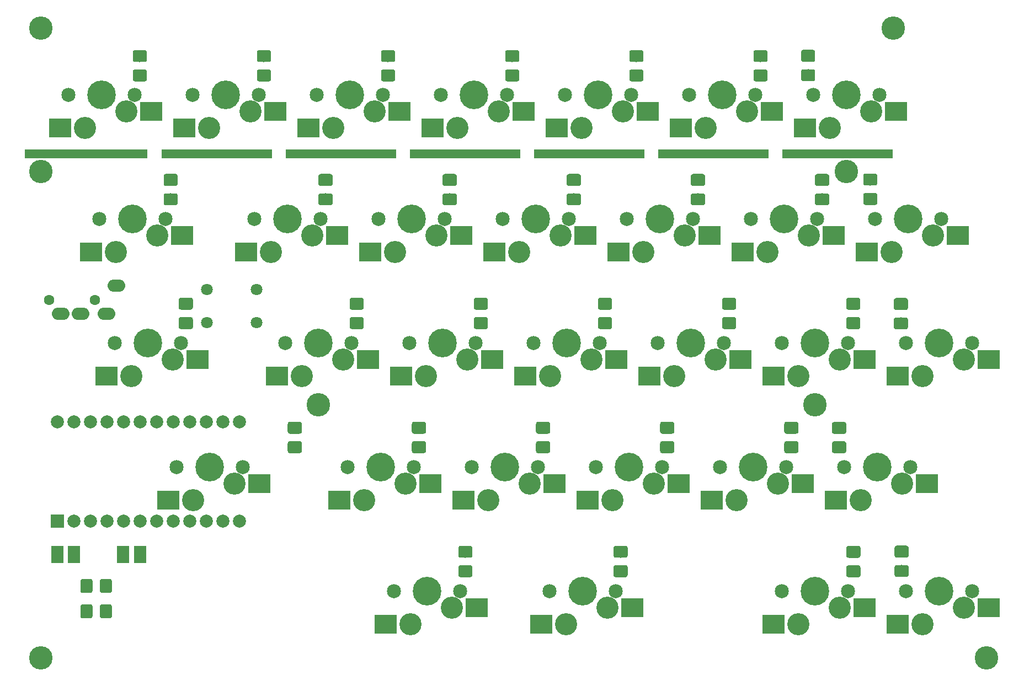
<source format=gbs>
G04 #@! TF.GenerationSoftware,KiCad,Pcbnew,(5.0.0-3-g5ebb6b6)*
G04 #@! TF.CreationDate,2018-10-13T13:09:02+09:00*
G04 #@! TF.ProjectId,pakbd,70616B62642E6B696361645F70636200,1*
G04 #@! TF.SameCoordinates,Original*
G04 #@! TF.FileFunction,Soldermask,Bot*
G04 #@! TF.FilePolarity,Negative*
%FSLAX46Y46*%
G04 Gerber Fmt 4.6, Leading zero omitted, Abs format (unit mm)*
G04 Created by KiCad (PCBNEW (5.0.0-3-g5ebb6b6)) date *
%MOMM*%
%LPD*%
G01*
G04 APERTURE LIST*
%ADD10C,0.100000*%
%ADD11C,1.825000*%
%ADD12R,3.400000X2.900000*%
%ADD13C,2.160000*%
%ADD14C,4.400000*%
%ADD15C,3.400000*%
%ADD16R,16.900000X1.400000*%
%ADD17R,18.900000X1.400000*%
%ADD18C,3.600000*%
%ADD19R,1.900000X1.400000*%
%ADD20C,1.797000*%
%ADD21C,2.000000*%
%ADD22R,2.000000X2.000000*%
%ADD23C,1.600000*%
%ADD24O,2.700000X1.900000*%
G04 APERTURE END LIST*
D10*
G04 #@! TO.C,D17*
G36*
X113256207Y-74311542D02*
X113287287Y-74316152D01*
X113317766Y-74323787D01*
X113347350Y-74334372D01*
X113375754Y-74347806D01*
X113402704Y-74363959D01*
X113427942Y-74382677D01*
X113451223Y-74403777D01*
X113472323Y-74427058D01*
X113491041Y-74452296D01*
X113507194Y-74479246D01*
X113520628Y-74507650D01*
X113531213Y-74537234D01*
X113538848Y-74567713D01*
X113543458Y-74598793D01*
X113545000Y-74630176D01*
X113545000Y-75814824D01*
X113543458Y-75846207D01*
X113538848Y-75877287D01*
X113531213Y-75907766D01*
X113520628Y-75937350D01*
X113507194Y-75965754D01*
X113491041Y-75992704D01*
X113472323Y-76017942D01*
X113451223Y-76041223D01*
X113427942Y-76062323D01*
X113402704Y-76081041D01*
X113375754Y-76097194D01*
X113347350Y-76110628D01*
X113317766Y-76121213D01*
X113287287Y-76128848D01*
X113256207Y-76133458D01*
X113224824Y-76135000D01*
X111715176Y-76135000D01*
X111683793Y-76133458D01*
X111652713Y-76128848D01*
X111622234Y-76121213D01*
X111592650Y-76110628D01*
X111564246Y-76097194D01*
X111537296Y-76081041D01*
X111512058Y-76062323D01*
X111488777Y-76041223D01*
X111467677Y-76017942D01*
X111448959Y-75992704D01*
X111432806Y-75965754D01*
X111419372Y-75937350D01*
X111408787Y-75907766D01*
X111401152Y-75877287D01*
X111396542Y-75846207D01*
X111395000Y-75814824D01*
X111395000Y-74630176D01*
X111396542Y-74598793D01*
X111401152Y-74567713D01*
X111408787Y-74537234D01*
X111419372Y-74507650D01*
X111432806Y-74479246D01*
X111448959Y-74452296D01*
X111467677Y-74427058D01*
X111488777Y-74403777D01*
X111512058Y-74382677D01*
X111537296Y-74363959D01*
X111564246Y-74347806D01*
X111592650Y-74334372D01*
X111622234Y-74323787D01*
X111652713Y-74316152D01*
X111683793Y-74311542D01*
X111715176Y-74310000D01*
X113224824Y-74310000D01*
X113256207Y-74311542D01*
X113256207Y-74311542D01*
G37*
D11*
X112470000Y-75222500D03*
D10*
G36*
X113256207Y-77286542D02*
X113287287Y-77291152D01*
X113317766Y-77298787D01*
X113347350Y-77309372D01*
X113375754Y-77322806D01*
X113402704Y-77338959D01*
X113427942Y-77357677D01*
X113451223Y-77378777D01*
X113472323Y-77402058D01*
X113491041Y-77427296D01*
X113507194Y-77454246D01*
X113520628Y-77482650D01*
X113531213Y-77512234D01*
X113538848Y-77542713D01*
X113543458Y-77573793D01*
X113545000Y-77605176D01*
X113545000Y-78789824D01*
X113543458Y-78821207D01*
X113538848Y-78852287D01*
X113531213Y-78882766D01*
X113520628Y-78912350D01*
X113507194Y-78940754D01*
X113491041Y-78967704D01*
X113472323Y-78992942D01*
X113451223Y-79016223D01*
X113427942Y-79037323D01*
X113402704Y-79056041D01*
X113375754Y-79072194D01*
X113347350Y-79085628D01*
X113317766Y-79096213D01*
X113287287Y-79103848D01*
X113256207Y-79108458D01*
X113224824Y-79110000D01*
X111715176Y-79110000D01*
X111683793Y-79108458D01*
X111652713Y-79103848D01*
X111622234Y-79096213D01*
X111592650Y-79085628D01*
X111564246Y-79072194D01*
X111537296Y-79056041D01*
X111512058Y-79037323D01*
X111488777Y-79016223D01*
X111467677Y-78992942D01*
X111448959Y-78967704D01*
X111432806Y-78940754D01*
X111419372Y-78912350D01*
X111408787Y-78882766D01*
X111401152Y-78852287D01*
X111396542Y-78821207D01*
X111395000Y-78789824D01*
X111395000Y-77605176D01*
X111396542Y-77573793D01*
X111401152Y-77542713D01*
X111408787Y-77512234D01*
X111419372Y-77482650D01*
X111432806Y-77454246D01*
X111448959Y-77427296D01*
X111467677Y-77402058D01*
X111488777Y-77378777D01*
X111512058Y-77357677D01*
X111537296Y-77338959D01*
X111564246Y-77322806D01*
X111592650Y-77309372D01*
X111622234Y-77298787D01*
X111652713Y-77291152D01*
X111683793Y-77286542D01*
X111715176Y-77285000D01*
X113224824Y-77285000D01*
X113256207Y-77286542D01*
X113256207Y-77286542D01*
G37*
D11*
X112470000Y-78197500D03*
G04 #@! TD*
D12*
G04 #@! TO.C,SW20*
X171387000Y-83780000D03*
X157417000Y-86320000D03*
D13*
X158687000Y-81240000D03*
X168847000Y-81240000D03*
D14*
X163767000Y-81240000D03*
D15*
X167577000Y-83780000D03*
X161227000Y-86320000D03*
G04 #@! TD*
D10*
G04 #@! TO.C,D8*
G36*
X70368273Y-55302056D02*
X70399353Y-55306666D01*
X70429832Y-55314301D01*
X70459416Y-55324886D01*
X70487820Y-55338320D01*
X70514770Y-55354473D01*
X70540008Y-55373191D01*
X70563289Y-55394291D01*
X70584389Y-55417572D01*
X70603107Y-55442810D01*
X70619260Y-55469760D01*
X70632694Y-55498164D01*
X70643279Y-55527748D01*
X70650914Y-55558227D01*
X70655524Y-55589307D01*
X70657066Y-55620690D01*
X70657066Y-56805338D01*
X70655524Y-56836721D01*
X70650914Y-56867801D01*
X70643279Y-56898280D01*
X70632694Y-56927864D01*
X70619260Y-56956268D01*
X70603107Y-56983218D01*
X70584389Y-57008456D01*
X70563289Y-57031737D01*
X70540008Y-57052837D01*
X70514770Y-57071555D01*
X70487820Y-57087708D01*
X70459416Y-57101142D01*
X70429832Y-57111727D01*
X70399353Y-57119362D01*
X70368273Y-57123972D01*
X70336890Y-57125514D01*
X68827242Y-57125514D01*
X68795859Y-57123972D01*
X68764779Y-57119362D01*
X68734300Y-57111727D01*
X68704716Y-57101142D01*
X68676312Y-57087708D01*
X68649362Y-57071555D01*
X68624124Y-57052837D01*
X68600843Y-57031737D01*
X68579743Y-57008456D01*
X68561025Y-56983218D01*
X68544872Y-56956268D01*
X68531438Y-56927864D01*
X68520853Y-56898280D01*
X68513218Y-56867801D01*
X68508608Y-56836721D01*
X68507066Y-56805338D01*
X68507066Y-55620690D01*
X68508608Y-55589307D01*
X68513218Y-55558227D01*
X68520853Y-55527748D01*
X68531438Y-55498164D01*
X68544872Y-55469760D01*
X68561025Y-55442810D01*
X68579743Y-55417572D01*
X68600843Y-55394291D01*
X68624124Y-55373191D01*
X68649362Y-55354473D01*
X68676312Y-55338320D01*
X68704716Y-55324886D01*
X68734300Y-55314301D01*
X68764779Y-55306666D01*
X68795859Y-55302056D01*
X68827242Y-55300514D01*
X70336890Y-55300514D01*
X70368273Y-55302056D01*
X70368273Y-55302056D01*
G37*
D11*
X69582066Y-56213014D03*
D10*
G36*
X70368273Y-58277056D02*
X70399353Y-58281666D01*
X70429832Y-58289301D01*
X70459416Y-58299886D01*
X70487820Y-58313320D01*
X70514770Y-58329473D01*
X70540008Y-58348191D01*
X70563289Y-58369291D01*
X70584389Y-58392572D01*
X70603107Y-58417810D01*
X70619260Y-58444760D01*
X70632694Y-58473164D01*
X70643279Y-58502748D01*
X70650914Y-58533227D01*
X70655524Y-58564307D01*
X70657066Y-58595690D01*
X70657066Y-59780338D01*
X70655524Y-59811721D01*
X70650914Y-59842801D01*
X70643279Y-59873280D01*
X70632694Y-59902864D01*
X70619260Y-59931268D01*
X70603107Y-59958218D01*
X70584389Y-59983456D01*
X70563289Y-60006737D01*
X70540008Y-60027837D01*
X70514770Y-60046555D01*
X70487820Y-60062708D01*
X70459416Y-60076142D01*
X70429832Y-60086727D01*
X70399353Y-60094362D01*
X70368273Y-60098972D01*
X70336890Y-60100514D01*
X68827242Y-60100514D01*
X68795859Y-60098972D01*
X68764779Y-60094362D01*
X68734300Y-60086727D01*
X68704716Y-60076142D01*
X68676312Y-60062708D01*
X68649362Y-60046555D01*
X68624124Y-60027837D01*
X68600843Y-60006737D01*
X68579743Y-59983456D01*
X68561025Y-59958218D01*
X68544872Y-59931268D01*
X68531438Y-59902864D01*
X68520853Y-59873280D01*
X68513218Y-59842801D01*
X68508608Y-59811721D01*
X68507066Y-59780338D01*
X68507066Y-58595690D01*
X68508608Y-58564307D01*
X68513218Y-58533227D01*
X68520853Y-58502748D01*
X68531438Y-58473164D01*
X68544872Y-58444760D01*
X68561025Y-58417810D01*
X68579743Y-58392572D01*
X68600843Y-58369291D01*
X68624124Y-58348191D01*
X68649362Y-58329473D01*
X68676312Y-58313320D01*
X68704716Y-58299886D01*
X68734300Y-58289301D01*
X68764779Y-58281666D01*
X68795859Y-58277056D01*
X68827242Y-58275514D01*
X70336890Y-58275514D01*
X70368273Y-58277056D01*
X70368273Y-58277056D01*
G37*
D11*
X69582066Y-59188014D03*
G04 #@! TD*
D16*
G04 #@! TO.C,cr04*
X110029999Y-52240001D03*
G04 #@! TD*
D10*
G04 #@! TO.C,D20*
G36*
X158666207Y-74351542D02*
X158697287Y-74356152D01*
X158727766Y-74363787D01*
X158757350Y-74374372D01*
X158785754Y-74387806D01*
X158812704Y-74403959D01*
X158837942Y-74422677D01*
X158861223Y-74443777D01*
X158882323Y-74467058D01*
X158901041Y-74492296D01*
X158917194Y-74519246D01*
X158930628Y-74547650D01*
X158941213Y-74577234D01*
X158948848Y-74607713D01*
X158953458Y-74638793D01*
X158955000Y-74670176D01*
X158955000Y-75854824D01*
X158953458Y-75886207D01*
X158948848Y-75917287D01*
X158941213Y-75947766D01*
X158930628Y-75977350D01*
X158917194Y-76005754D01*
X158901041Y-76032704D01*
X158882323Y-76057942D01*
X158861223Y-76081223D01*
X158837942Y-76102323D01*
X158812704Y-76121041D01*
X158785754Y-76137194D01*
X158757350Y-76150628D01*
X158727766Y-76161213D01*
X158697287Y-76168848D01*
X158666207Y-76173458D01*
X158634824Y-76175000D01*
X157125176Y-76175000D01*
X157093793Y-76173458D01*
X157062713Y-76168848D01*
X157032234Y-76161213D01*
X157002650Y-76150628D01*
X156974246Y-76137194D01*
X156947296Y-76121041D01*
X156922058Y-76102323D01*
X156898777Y-76081223D01*
X156877677Y-76057942D01*
X156858959Y-76032704D01*
X156842806Y-76005754D01*
X156829372Y-75977350D01*
X156818787Y-75947766D01*
X156811152Y-75917287D01*
X156806542Y-75886207D01*
X156805000Y-75854824D01*
X156805000Y-74670176D01*
X156806542Y-74638793D01*
X156811152Y-74607713D01*
X156818787Y-74577234D01*
X156829372Y-74547650D01*
X156842806Y-74519246D01*
X156858959Y-74492296D01*
X156877677Y-74467058D01*
X156898777Y-74443777D01*
X156922058Y-74422677D01*
X156947296Y-74403959D01*
X156974246Y-74387806D01*
X157002650Y-74374372D01*
X157032234Y-74363787D01*
X157062713Y-74356152D01*
X157093793Y-74351542D01*
X157125176Y-74350000D01*
X158634824Y-74350000D01*
X158666207Y-74351542D01*
X158666207Y-74351542D01*
G37*
D11*
X157880000Y-75262500D03*
D10*
G36*
X158666207Y-77326542D02*
X158697287Y-77331152D01*
X158727766Y-77338787D01*
X158757350Y-77349372D01*
X158785754Y-77362806D01*
X158812704Y-77378959D01*
X158837942Y-77397677D01*
X158861223Y-77418777D01*
X158882323Y-77442058D01*
X158901041Y-77467296D01*
X158917194Y-77494246D01*
X158930628Y-77522650D01*
X158941213Y-77552234D01*
X158948848Y-77582713D01*
X158953458Y-77613793D01*
X158955000Y-77645176D01*
X158955000Y-78829824D01*
X158953458Y-78861207D01*
X158948848Y-78892287D01*
X158941213Y-78922766D01*
X158930628Y-78952350D01*
X158917194Y-78980754D01*
X158901041Y-79007704D01*
X158882323Y-79032942D01*
X158861223Y-79056223D01*
X158837942Y-79077323D01*
X158812704Y-79096041D01*
X158785754Y-79112194D01*
X158757350Y-79125628D01*
X158727766Y-79136213D01*
X158697287Y-79143848D01*
X158666207Y-79148458D01*
X158634824Y-79150000D01*
X157125176Y-79150000D01*
X157093793Y-79148458D01*
X157062713Y-79143848D01*
X157032234Y-79136213D01*
X157002650Y-79125628D01*
X156974246Y-79112194D01*
X156947296Y-79096041D01*
X156922058Y-79077323D01*
X156898777Y-79056223D01*
X156877677Y-79032942D01*
X156858959Y-79007704D01*
X156842806Y-78980754D01*
X156829372Y-78952350D01*
X156818787Y-78922766D01*
X156811152Y-78892287D01*
X156806542Y-78861207D01*
X156805000Y-78829824D01*
X156805000Y-77645176D01*
X156806542Y-77613793D01*
X156811152Y-77582713D01*
X156818787Y-77552234D01*
X156829372Y-77522650D01*
X156842806Y-77494246D01*
X156858959Y-77467296D01*
X156877677Y-77442058D01*
X156898777Y-77418777D01*
X156922058Y-77397677D01*
X156947296Y-77378959D01*
X156974246Y-77362806D01*
X157002650Y-77349372D01*
X157032234Y-77338787D01*
X157062713Y-77331152D01*
X157093793Y-77326542D01*
X157125176Y-77325000D01*
X158634824Y-77325000D01*
X158666207Y-77326542D01*
X158666207Y-77326542D01*
G37*
D11*
X157880000Y-78237500D03*
G04 #@! TD*
D16*
G04 #@! TO.C,cr02*
X71929999Y-52240001D03*
G04 #@! TD*
D10*
G04 #@! TO.C,D9*
G36*
X89418273Y-55302056D02*
X89449353Y-55306666D01*
X89479832Y-55314301D01*
X89509416Y-55324886D01*
X89537820Y-55338320D01*
X89564770Y-55354473D01*
X89590008Y-55373191D01*
X89613289Y-55394291D01*
X89634389Y-55417572D01*
X89653107Y-55442810D01*
X89669260Y-55469760D01*
X89682694Y-55498164D01*
X89693279Y-55527748D01*
X89700914Y-55558227D01*
X89705524Y-55589307D01*
X89707066Y-55620690D01*
X89707066Y-56805338D01*
X89705524Y-56836721D01*
X89700914Y-56867801D01*
X89693279Y-56898280D01*
X89682694Y-56927864D01*
X89669260Y-56956268D01*
X89653107Y-56983218D01*
X89634389Y-57008456D01*
X89613289Y-57031737D01*
X89590008Y-57052837D01*
X89564770Y-57071555D01*
X89537820Y-57087708D01*
X89509416Y-57101142D01*
X89479832Y-57111727D01*
X89449353Y-57119362D01*
X89418273Y-57123972D01*
X89386890Y-57125514D01*
X87877242Y-57125514D01*
X87845859Y-57123972D01*
X87814779Y-57119362D01*
X87784300Y-57111727D01*
X87754716Y-57101142D01*
X87726312Y-57087708D01*
X87699362Y-57071555D01*
X87674124Y-57052837D01*
X87650843Y-57031737D01*
X87629743Y-57008456D01*
X87611025Y-56983218D01*
X87594872Y-56956268D01*
X87581438Y-56927864D01*
X87570853Y-56898280D01*
X87563218Y-56867801D01*
X87558608Y-56836721D01*
X87557066Y-56805338D01*
X87557066Y-55620690D01*
X87558608Y-55589307D01*
X87563218Y-55558227D01*
X87570853Y-55527748D01*
X87581438Y-55498164D01*
X87594872Y-55469760D01*
X87611025Y-55442810D01*
X87629743Y-55417572D01*
X87650843Y-55394291D01*
X87674124Y-55373191D01*
X87699362Y-55354473D01*
X87726312Y-55338320D01*
X87754716Y-55324886D01*
X87784300Y-55314301D01*
X87814779Y-55306666D01*
X87845859Y-55302056D01*
X87877242Y-55300514D01*
X89386890Y-55300514D01*
X89418273Y-55302056D01*
X89418273Y-55302056D01*
G37*
D11*
X88632066Y-56213014D03*
D10*
G36*
X89418273Y-58277056D02*
X89449353Y-58281666D01*
X89479832Y-58289301D01*
X89509416Y-58299886D01*
X89537820Y-58313320D01*
X89564770Y-58329473D01*
X89590008Y-58348191D01*
X89613289Y-58369291D01*
X89634389Y-58392572D01*
X89653107Y-58417810D01*
X89669260Y-58444760D01*
X89682694Y-58473164D01*
X89693279Y-58502748D01*
X89700914Y-58533227D01*
X89705524Y-58564307D01*
X89707066Y-58595690D01*
X89707066Y-59780338D01*
X89705524Y-59811721D01*
X89700914Y-59842801D01*
X89693279Y-59873280D01*
X89682694Y-59902864D01*
X89669260Y-59931268D01*
X89653107Y-59958218D01*
X89634389Y-59983456D01*
X89613289Y-60006737D01*
X89590008Y-60027837D01*
X89564770Y-60046555D01*
X89537820Y-60062708D01*
X89509416Y-60076142D01*
X89479832Y-60086727D01*
X89449353Y-60094362D01*
X89418273Y-60098972D01*
X89386890Y-60100514D01*
X87877242Y-60100514D01*
X87845859Y-60098972D01*
X87814779Y-60094362D01*
X87784300Y-60086727D01*
X87754716Y-60076142D01*
X87726312Y-60062708D01*
X87699362Y-60046555D01*
X87674124Y-60027837D01*
X87650843Y-60006737D01*
X87629743Y-59983456D01*
X87611025Y-59958218D01*
X87594872Y-59931268D01*
X87581438Y-59902864D01*
X87570853Y-59873280D01*
X87563218Y-59842801D01*
X87558608Y-59811721D01*
X87557066Y-59780338D01*
X87557066Y-58595690D01*
X87558608Y-58564307D01*
X87563218Y-58533227D01*
X87570853Y-58502748D01*
X87581438Y-58473164D01*
X87594872Y-58444760D01*
X87611025Y-58417810D01*
X87629743Y-58392572D01*
X87650843Y-58369291D01*
X87674124Y-58348191D01*
X87699362Y-58329473D01*
X87726312Y-58313320D01*
X87754716Y-58299886D01*
X87784300Y-58289301D01*
X87814779Y-58281666D01*
X87845859Y-58277056D01*
X87877242Y-58275514D01*
X89386890Y-58275514D01*
X89418273Y-58277056D01*
X89418273Y-58277056D01*
G37*
D11*
X88632066Y-59188014D03*
G04 #@! TD*
D10*
G04 #@! TO.C,D10*
G36*
X108468273Y-55302056D02*
X108499353Y-55306666D01*
X108529832Y-55314301D01*
X108559416Y-55324886D01*
X108587820Y-55338320D01*
X108614770Y-55354473D01*
X108640008Y-55373191D01*
X108663289Y-55394291D01*
X108684389Y-55417572D01*
X108703107Y-55442810D01*
X108719260Y-55469760D01*
X108732694Y-55498164D01*
X108743279Y-55527748D01*
X108750914Y-55558227D01*
X108755524Y-55589307D01*
X108757066Y-55620690D01*
X108757066Y-56805338D01*
X108755524Y-56836721D01*
X108750914Y-56867801D01*
X108743279Y-56898280D01*
X108732694Y-56927864D01*
X108719260Y-56956268D01*
X108703107Y-56983218D01*
X108684389Y-57008456D01*
X108663289Y-57031737D01*
X108640008Y-57052837D01*
X108614770Y-57071555D01*
X108587820Y-57087708D01*
X108559416Y-57101142D01*
X108529832Y-57111727D01*
X108499353Y-57119362D01*
X108468273Y-57123972D01*
X108436890Y-57125514D01*
X106927242Y-57125514D01*
X106895859Y-57123972D01*
X106864779Y-57119362D01*
X106834300Y-57111727D01*
X106804716Y-57101142D01*
X106776312Y-57087708D01*
X106749362Y-57071555D01*
X106724124Y-57052837D01*
X106700843Y-57031737D01*
X106679743Y-57008456D01*
X106661025Y-56983218D01*
X106644872Y-56956268D01*
X106631438Y-56927864D01*
X106620853Y-56898280D01*
X106613218Y-56867801D01*
X106608608Y-56836721D01*
X106607066Y-56805338D01*
X106607066Y-55620690D01*
X106608608Y-55589307D01*
X106613218Y-55558227D01*
X106620853Y-55527748D01*
X106631438Y-55498164D01*
X106644872Y-55469760D01*
X106661025Y-55442810D01*
X106679743Y-55417572D01*
X106700843Y-55394291D01*
X106724124Y-55373191D01*
X106749362Y-55354473D01*
X106776312Y-55338320D01*
X106804716Y-55324886D01*
X106834300Y-55314301D01*
X106864779Y-55306666D01*
X106895859Y-55302056D01*
X106927242Y-55300514D01*
X108436890Y-55300514D01*
X108468273Y-55302056D01*
X108468273Y-55302056D01*
G37*
D11*
X107682066Y-56213014D03*
D10*
G36*
X108468273Y-58277056D02*
X108499353Y-58281666D01*
X108529832Y-58289301D01*
X108559416Y-58299886D01*
X108587820Y-58313320D01*
X108614770Y-58329473D01*
X108640008Y-58348191D01*
X108663289Y-58369291D01*
X108684389Y-58392572D01*
X108703107Y-58417810D01*
X108719260Y-58444760D01*
X108732694Y-58473164D01*
X108743279Y-58502748D01*
X108750914Y-58533227D01*
X108755524Y-58564307D01*
X108757066Y-58595690D01*
X108757066Y-59780338D01*
X108755524Y-59811721D01*
X108750914Y-59842801D01*
X108743279Y-59873280D01*
X108732694Y-59902864D01*
X108719260Y-59931268D01*
X108703107Y-59958218D01*
X108684389Y-59983456D01*
X108663289Y-60006737D01*
X108640008Y-60027837D01*
X108614770Y-60046555D01*
X108587820Y-60062708D01*
X108559416Y-60076142D01*
X108529832Y-60086727D01*
X108499353Y-60094362D01*
X108468273Y-60098972D01*
X108436890Y-60100514D01*
X106927242Y-60100514D01*
X106895859Y-60098972D01*
X106864779Y-60094362D01*
X106834300Y-60086727D01*
X106804716Y-60076142D01*
X106776312Y-60062708D01*
X106749362Y-60046555D01*
X106724124Y-60027837D01*
X106700843Y-60006737D01*
X106679743Y-59983456D01*
X106661025Y-59958218D01*
X106644872Y-59931268D01*
X106631438Y-59902864D01*
X106620853Y-59873280D01*
X106613218Y-59842801D01*
X106608608Y-59811721D01*
X106607066Y-59780338D01*
X106607066Y-58595690D01*
X106608608Y-58564307D01*
X106613218Y-58533227D01*
X106620853Y-58502748D01*
X106631438Y-58473164D01*
X106644872Y-58444760D01*
X106661025Y-58417810D01*
X106679743Y-58392572D01*
X106700843Y-58369291D01*
X106724124Y-58348191D01*
X106749362Y-58329473D01*
X106776312Y-58313320D01*
X106804716Y-58299886D01*
X106834300Y-58289301D01*
X106864779Y-58281666D01*
X106895859Y-58277056D01*
X106927242Y-58275514D01*
X108436890Y-58275514D01*
X108468273Y-58277056D01*
X108468273Y-58277056D01*
G37*
D11*
X107682066Y-59188014D03*
G04 #@! TD*
D10*
G04 #@! TO.C,D11*
G36*
X127518273Y-55302056D02*
X127549353Y-55306666D01*
X127579832Y-55314301D01*
X127609416Y-55324886D01*
X127637820Y-55338320D01*
X127664770Y-55354473D01*
X127690008Y-55373191D01*
X127713289Y-55394291D01*
X127734389Y-55417572D01*
X127753107Y-55442810D01*
X127769260Y-55469760D01*
X127782694Y-55498164D01*
X127793279Y-55527748D01*
X127800914Y-55558227D01*
X127805524Y-55589307D01*
X127807066Y-55620690D01*
X127807066Y-56805338D01*
X127805524Y-56836721D01*
X127800914Y-56867801D01*
X127793279Y-56898280D01*
X127782694Y-56927864D01*
X127769260Y-56956268D01*
X127753107Y-56983218D01*
X127734389Y-57008456D01*
X127713289Y-57031737D01*
X127690008Y-57052837D01*
X127664770Y-57071555D01*
X127637820Y-57087708D01*
X127609416Y-57101142D01*
X127579832Y-57111727D01*
X127549353Y-57119362D01*
X127518273Y-57123972D01*
X127486890Y-57125514D01*
X125977242Y-57125514D01*
X125945859Y-57123972D01*
X125914779Y-57119362D01*
X125884300Y-57111727D01*
X125854716Y-57101142D01*
X125826312Y-57087708D01*
X125799362Y-57071555D01*
X125774124Y-57052837D01*
X125750843Y-57031737D01*
X125729743Y-57008456D01*
X125711025Y-56983218D01*
X125694872Y-56956268D01*
X125681438Y-56927864D01*
X125670853Y-56898280D01*
X125663218Y-56867801D01*
X125658608Y-56836721D01*
X125657066Y-56805338D01*
X125657066Y-55620690D01*
X125658608Y-55589307D01*
X125663218Y-55558227D01*
X125670853Y-55527748D01*
X125681438Y-55498164D01*
X125694872Y-55469760D01*
X125711025Y-55442810D01*
X125729743Y-55417572D01*
X125750843Y-55394291D01*
X125774124Y-55373191D01*
X125799362Y-55354473D01*
X125826312Y-55338320D01*
X125854716Y-55324886D01*
X125884300Y-55314301D01*
X125914779Y-55306666D01*
X125945859Y-55302056D01*
X125977242Y-55300514D01*
X127486890Y-55300514D01*
X127518273Y-55302056D01*
X127518273Y-55302056D01*
G37*
D11*
X126732066Y-56213014D03*
D10*
G36*
X127518273Y-58277056D02*
X127549353Y-58281666D01*
X127579832Y-58289301D01*
X127609416Y-58299886D01*
X127637820Y-58313320D01*
X127664770Y-58329473D01*
X127690008Y-58348191D01*
X127713289Y-58369291D01*
X127734389Y-58392572D01*
X127753107Y-58417810D01*
X127769260Y-58444760D01*
X127782694Y-58473164D01*
X127793279Y-58502748D01*
X127800914Y-58533227D01*
X127805524Y-58564307D01*
X127807066Y-58595690D01*
X127807066Y-59780338D01*
X127805524Y-59811721D01*
X127800914Y-59842801D01*
X127793279Y-59873280D01*
X127782694Y-59902864D01*
X127769260Y-59931268D01*
X127753107Y-59958218D01*
X127734389Y-59983456D01*
X127713289Y-60006737D01*
X127690008Y-60027837D01*
X127664770Y-60046555D01*
X127637820Y-60062708D01*
X127609416Y-60076142D01*
X127579832Y-60086727D01*
X127549353Y-60094362D01*
X127518273Y-60098972D01*
X127486890Y-60100514D01*
X125977242Y-60100514D01*
X125945859Y-60098972D01*
X125914779Y-60094362D01*
X125884300Y-60086727D01*
X125854716Y-60076142D01*
X125826312Y-60062708D01*
X125799362Y-60046555D01*
X125774124Y-60027837D01*
X125750843Y-60006737D01*
X125729743Y-59983456D01*
X125711025Y-59958218D01*
X125694872Y-59931268D01*
X125681438Y-59902864D01*
X125670853Y-59873280D01*
X125663218Y-59842801D01*
X125658608Y-59811721D01*
X125657066Y-59780338D01*
X125657066Y-58595690D01*
X125658608Y-58564307D01*
X125663218Y-58533227D01*
X125670853Y-58502748D01*
X125681438Y-58473164D01*
X125694872Y-58444760D01*
X125711025Y-58417810D01*
X125729743Y-58392572D01*
X125750843Y-58369291D01*
X125774124Y-58348191D01*
X125799362Y-58329473D01*
X125826312Y-58313320D01*
X125854716Y-58299886D01*
X125884300Y-58289301D01*
X125914779Y-58281666D01*
X125945859Y-58277056D01*
X125977242Y-58275514D01*
X127486890Y-58275514D01*
X127518273Y-58277056D01*
X127518273Y-58277056D01*
G37*
D11*
X126732066Y-59188014D03*
G04 #@! TD*
D10*
G04 #@! TO.C,D12*
G36*
X146568273Y-55302056D02*
X146599353Y-55306666D01*
X146629832Y-55314301D01*
X146659416Y-55324886D01*
X146687820Y-55338320D01*
X146714770Y-55354473D01*
X146740008Y-55373191D01*
X146763289Y-55394291D01*
X146784389Y-55417572D01*
X146803107Y-55442810D01*
X146819260Y-55469760D01*
X146832694Y-55498164D01*
X146843279Y-55527748D01*
X146850914Y-55558227D01*
X146855524Y-55589307D01*
X146857066Y-55620690D01*
X146857066Y-56805338D01*
X146855524Y-56836721D01*
X146850914Y-56867801D01*
X146843279Y-56898280D01*
X146832694Y-56927864D01*
X146819260Y-56956268D01*
X146803107Y-56983218D01*
X146784389Y-57008456D01*
X146763289Y-57031737D01*
X146740008Y-57052837D01*
X146714770Y-57071555D01*
X146687820Y-57087708D01*
X146659416Y-57101142D01*
X146629832Y-57111727D01*
X146599353Y-57119362D01*
X146568273Y-57123972D01*
X146536890Y-57125514D01*
X145027242Y-57125514D01*
X144995859Y-57123972D01*
X144964779Y-57119362D01*
X144934300Y-57111727D01*
X144904716Y-57101142D01*
X144876312Y-57087708D01*
X144849362Y-57071555D01*
X144824124Y-57052837D01*
X144800843Y-57031737D01*
X144779743Y-57008456D01*
X144761025Y-56983218D01*
X144744872Y-56956268D01*
X144731438Y-56927864D01*
X144720853Y-56898280D01*
X144713218Y-56867801D01*
X144708608Y-56836721D01*
X144707066Y-56805338D01*
X144707066Y-55620690D01*
X144708608Y-55589307D01*
X144713218Y-55558227D01*
X144720853Y-55527748D01*
X144731438Y-55498164D01*
X144744872Y-55469760D01*
X144761025Y-55442810D01*
X144779743Y-55417572D01*
X144800843Y-55394291D01*
X144824124Y-55373191D01*
X144849362Y-55354473D01*
X144876312Y-55338320D01*
X144904716Y-55324886D01*
X144934300Y-55314301D01*
X144964779Y-55306666D01*
X144995859Y-55302056D01*
X145027242Y-55300514D01*
X146536890Y-55300514D01*
X146568273Y-55302056D01*
X146568273Y-55302056D01*
G37*
D11*
X145782066Y-56213014D03*
D10*
G36*
X146568273Y-58277056D02*
X146599353Y-58281666D01*
X146629832Y-58289301D01*
X146659416Y-58299886D01*
X146687820Y-58313320D01*
X146714770Y-58329473D01*
X146740008Y-58348191D01*
X146763289Y-58369291D01*
X146784389Y-58392572D01*
X146803107Y-58417810D01*
X146819260Y-58444760D01*
X146832694Y-58473164D01*
X146843279Y-58502748D01*
X146850914Y-58533227D01*
X146855524Y-58564307D01*
X146857066Y-58595690D01*
X146857066Y-59780338D01*
X146855524Y-59811721D01*
X146850914Y-59842801D01*
X146843279Y-59873280D01*
X146832694Y-59902864D01*
X146819260Y-59931268D01*
X146803107Y-59958218D01*
X146784389Y-59983456D01*
X146763289Y-60006737D01*
X146740008Y-60027837D01*
X146714770Y-60046555D01*
X146687820Y-60062708D01*
X146659416Y-60076142D01*
X146629832Y-60086727D01*
X146599353Y-60094362D01*
X146568273Y-60098972D01*
X146536890Y-60100514D01*
X145027242Y-60100514D01*
X144995859Y-60098972D01*
X144964779Y-60094362D01*
X144934300Y-60086727D01*
X144904716Y-60076142D01*
X144876312Y-60062708D01*
X144849362Y-60046555D01*
X144824124Y-60027837D01*
X144800843Y-60006737D01*
X144779743Y-59983456D01*
X144761025Y-59958218D01*
X144744872Y-59931268D01*
X144731438Y-59902864D01*
X144720853Y-59873280D01*
X144713218Y-59842801D01*
X144708608Y-59811721D01*
X144707066Y-59780338D01*
X144707066Y-58595690D01*
X144708608Y-58564307D01*
X144713218Y-58533227D01*
X144720853Y-58502748D01*
X144731438Y-58473164D01*
X144744872Y-58444760D01*
X144761025Y-58417810D01*
X144779743Y-58392572D01*
X144800843Y-58369291D01*
X144824124Y-58348191D01*
X144849362Y-58329473D01*
X144876312Y-58313320D01*
X144904716Y-58299886D01*
X144934300Y-58289301D01*
X144964779Y-58281666D01*
X144995859Y-58277056D01*
X145027242Y-58275514D01*
X146536890Y-58275514D01*
X146568273Y-58277056D01*
X146568273Y-58277056D01*
G37*
D11*
X145782066Y-59188014D03*
G04 #@! TD*
D10*
G04 #@! TO.C,D13*
G36*
X153956207Y-55251542D02*
X153987287Y-55256152D01*
X154017766Y-55263787D01*
X154047350Y-55274372D01*
X154075754Y-55287806D01*
X154102704Y-55303959D01*
X154127942Y-55322677D01*
X154151223Y-55343777D01*
X154172323Y-55367058D01*
X154191041Y-55392296D01*
X154207194Y-55419246D01*
X154220628Y-55447650D01*
X154231213Y-55477234D01*
X154238848Y-55507713D01*
X154243458Y-55538793D01*
X154245000Y-55570176D01*
X154245000Y-56754824D01*
X154243458Y-56786207D01*
X154238848Y-56817287D01*
X154231213Y-56847766D01*
X154220628Y-56877350D01*
X154207194Y-56905754D01*
X154191041Y-56932704D01*
X154172323Y-56957942D01*
X154151223Y-56981223D01*
X154127942Y-57002323D01*
X154102704Y-57021041D01*
X154075754Y-57037194D01*
X154047350Y-57050628D01*
X154017766Y-57061213D01*
X153987287Y-57068848D01*
X153956207Y-57073458D01*
X153924824Y-57075000D01*
X152415176Y-57075000D01*
X152383793Y-57073458D01*
X152352713Y-57068848D01*
X152322234Y-57061213D01*
X152292650Y-57050628D01*
X152264246Y-57037194D01*
X152237296Y-57021041D01*
X152212058Y-57002323D01*
X152188777Y-56981223D01*
X152167677Y-56957942D01*
X152148959Y-56932704D01*
X152132806Y-56905754D01*
X152119372Y-56877350D01*
X152108787Y-56847766D01*
X152101152Y-56817287D01*
X152096542Y-56786207D01*
X152095000Y-56754824D01*
X152095000Y-55570176D01*
X152096542Y-55538793D01*
X152101152Y-55507713D01*
X152108787Y-55477234D01*
X152119372Y-55447650D01*
X152132806Y-55419246D01*
X152148959Y-55392296D01*
X152167677Y-55367058D01*
X152188777Y-55343777D01*
X152212058Y-55322677D01*
X152237296Y-55303959D01*
X152264246Y-55287806D01*
X152292650Y-55274372D01*
X152322234Y-55263787D01*
X152352713Y-55256152D01*
X152383793Y-55251542D01*
X152415176Y-55250000D01*
X153924824Y-55250000D01*
X153956207Y-55251542D01*
X153956207Y-55251542D01*
G37*
D11*
X153170000Y-56162500D03*
D10*
G36*
X153956207Y-58226542D02*
X153987287Y-58231152D01*
X154017766Y-58238787D01*
X154047350Y-58249372D01*
X154075754Y-58262806D01*
X154102704Y-58278959D01*
X154127942Y-58297677D01*
X154151223Y-58318777D01*
X154172323Y-58342058D01*
X154191041Y-58367296D01*
X154207194Y-58394246D01*
X154220628Y-58422650D01*
X154231213Y-58452234D01*
X154238848Y-58482713D01*
X154243458Y-58513793D01*
X154245000Y-58545176D01*
X154245000Y-59729824D01*
X154243458Y-59761207D01*
X154238848Y-59792287D01*
X154231213Y-59822766D01*
X154220628Y-59852350D01*
X154207194Y-59880754D01*
X154191041Y-59907704D01*
X154172323Y-59932942D01*
X154151223Y-59956223D01*
X154127942Y-59977323D01*
X154102704Y-59996041D01*
X154075754Y-60012194D01*
X154047350Y-60025628D01*
X154017766Y-60036213D01*
X153987287Y-60043848D01*
X153956207Y-60048458D01*
X153924824Y-60050000D01*
X152415176Y-60050000D01*
X152383793Y-60048458D01*
X152352713Y-60043848D01*
X152322234Y-60036213D01*
X152292650Y-60025628D01*
X152264246Y-60012194D01*
X152237296Y-59996041D01*
X152212058Y-59977323D01*
X152188777Y-59956223D01*
X152167677Y-59932942D01*
X152148959Y-59907704D01*
X152132806Y-59880754D01*
X152119372Y-59852350D01*
X152108787Y-59822766D01*
X152101152Y-59792287D01*
X152096542Y-59761207D01*
X152095000Y-59729824D01*
X152095000Y-58545176D01*
X152096542Y-58513793D01*
X152101152Y-58482713D01*
X152108787Y-58452234D01*
X152119372Y-58422650D01*
X152132806Y-58394246D01*
X152148959Y-58367296D01*
X152167677Y-58342058D01*
X152188777Y-58318777D01*
X152212058Y-58297677D01*
X152237296Y-58278959D01*
X152264246Y-58262806D01*
X152292650Y-58249372D01*
X152322234Y-58238787D01*
X152352713Y-58231152D01*
X152383793Y-58226542D01*
X152415176Y-58225000D01*
X153924824Y-58225000D01*
X153956207Y-58226542D01*
X153956207Y-58226542D01*
G37*
D11*
X153170000Y-59137500D03*
G04 #@! TD*
D10*
G04 #@! TO.C,D14*
G36*
X48936207Y-74311542D02*
X48967287Y-74316152D01*
X48997766Y-74323787D01*
X49027350Y-74334372D01*
X49055754Y-74347806D01*
X49082704Y-74363959D01*
X49107942Y-74382677D01*
X49131223Y-74403777D01*
X49152323Y-74427058D01*
X49171041Y-74452296D01*
X49187194Y-74479246D01*
X49200628Y-74507650D01*
X49211213Y-74537234D01*
X49218848Y-74567713D01*
X49223458Y-74598793D01*
X49225000Y-74630176D01*
X49225000Y-75814824D01*
X49223458Y-75846207D01*
X49218848Y-75877287D01*
X49211213Y-75907766D01*
X49200628Y-75937350D01*
X49187194Y-75965754D01*
X49171041Y-75992704D01*
X49152323Y-76017942D01*
X49131223Y-76041223D01*
X49107942Y-76062323D01*
X49082704Y-76081041D01*
X49055754Y-76097194D01*
X49027350Y-76110628D01*
X48997766Y-76121213D01*
X48967287Y-76128848D01*
X48936207Y-76133458D01*
X48904824Y-76135000D01*
X47395176Y-76135000D01*
X47363793Y-76133458D01*
X47332713Y-76128848D01*
X47302234Y-76121213D01*
X47272650Y-76110628D01*
X47244246Y-76097194D01*
X47217296Y-76081041D01*
X47192058Y-76062323D01*
X47168777Y-76041223D01*
X47147677Y-76017942D01*
X47128959Y-75992704D01*
X47112806Y-75965754D01*
X47099372Y-75937350D01*
X47088787Y-75907766D01*
X47081152Y-75877287D01*
X47076542Y-75846207D01*
X47075000Y-75814824D01*
X47075000Y-74630176D01*
X47076542Y-74598793D01*
X47081152Y-74567713D01*
X47088787Y-74537234D01*
X47099372Y-74507650D01*
X47112806Y-74479246D01*
X47128959Y-74452296D01*
X47147677Y-74427058D01*
X47168777Y-74403777D01*
X47192058Y-74382677D01*
X47217296Y-74363959D01*
X47244246Y-74347806D01*
X47272650Y-74334372D01*
X47302234Y-74323787D01*
X47332713Y-74316152D01*
X47363793Y-74311542D01*
X47395176Y-74310000D01*
X48904824Y-74310000D01*
X48936207Y-74311542D01*
X48936207Y-74311542D01*
G37*
D11*
X48150000Y-75222500D03*
D10*
G36*
X48936207Y-77286542D02*
X48967287Y-77291152D01*
X48997766Y-77298787D01*
X49027350Y-77309372D01*
X49055754Y-77322806D01*
X49082704Y-77338959D01*
X49107942Y-77357677D01*
X49131223Y-77378777D01*
X49152323Y-77402058D01*
X49171041Y-77427296D01*
X49187194Y-77454246D01*
X49200628Y-77482650D01*
X49211213Y-77512234D01*
X49218848Y-77542713D01*
X49223458Y-77573793D01*
X49225000Y-77605176D01*
X49225000Y-78789824D01*
X49223458Y-78821207D01*
X49218848Y-78852287D01*
X49211213Y-78882766D01*
X49200628Y-78912350D01*
X49187194Y-78940754D01*
X49171041Y-78967704D01*
X49152323Y-78992942D01*
X49131223Y-79016223D01*
X49107942Y-79037323D01*
X49082704Y-79056041D01*
X49055754Y-79072194D01*
X49027350Y-79085628D01*
X48997766Y-79096213D01*
X48967287Y-79103848D01*
X48936207Y-79108458D01*
X48904824Y-79110000D01*
X47395176Y-79110000D01*
X47363793Y-79108458D01*
X47332713Y-79103848D01*
X47302234Y-79096213D01*
X47272650Y-79085628D01*
X47244246Y-79072194D01*
X47217296Y-79056041D01*
X47192058Y-79037323D01*
X47168777Y-79016223D01*
X47147677Y-78992942D01*
X47128959Y-78967704D01*
X47112806Y-78940754D01*
X47099372Y-78912350D01*
X47088787Y-78882766D01*
X47081152Y-78852287D01*
X47076542Y-78821207D01*
X47075000Y-78789824D01*
X47075000Y-77605176D01*
X47076542Y-77573793D01*
X47081152Y-77542713D01*
X47088787Y-77512234D01*
X47099372Y-77482650D01*
X47112806Y-77454246D01*
X47128959Y-77427296D01*
X47147677Y-77402058D01*
X47168777Y-77378777D01*
X47192058Y-77357677D01*
X47217296Y-77338959D01*
X47244246Y-77322806D01*
X47272650Y-77309372D01*
X47302234Y-77298787D01*
X47332713Y-77291152D01*
X47363793Y-77286542D01*
X47395176Y-77285000D01*
X48904824Y-77285000D01*
X48936207Y-77286542D01*
X48936207Y-77286542D01*
G37*
D11*
X48150000Y-78197500D03*
G04 #@! TD*
D10*
G04 #@! TO.C,D15*
G36*
X75156207Y-74311542D02*
X75187287Y-74316152D01*
X75217766Y-74323787D01*
X75247350Y-74334372D01*
X75275754Y-74347806D01*
X75302704Y-74363959D01*
X75327942Y-74382677D01*
X75351223Y-74403777D01*
X75372323Y-74427058D01*
X75391041Y-74452296D01*
X75407194Y-74479246D01*
X75420628Y-74507650D01*
X75431213Y-74537234D01*
X75438848Y-74567713D01*
X75443458Y-74598793D01*
X75445000Y-74630176D01*
X75445000Y-75814824D01*
X75443458Y-75846207D01*
X75438848Y-75877287D01*
X75431213Y-75907766D01*
X75420628Y-75937350D01*
X75407194Y-75965754D01*
X75391041Y-75992704D01*
X75372323Y-76017942D01*
X75351223Y-76041223D01*
X75327942Y-76062323D01*
X75302704Y-76081041D01*
X75275754Y-76097194D01*
X75247350Y-76110628D01*
X75217766Y-76121213D01*
X75187287Y-76128848D01*
X75156207Y-76133458D01*
X75124824Y-76135000D01*
X73615176Y-76135000D01*
X73583793Y-76133458D01*
X73552713Y-76128848D01*
X73522234Y-76121213D01*
X73492650Y-76110628D01*
X73464246Y-76097194D01*
X73437296Y-76081041D01*
X73412058Y-76062323D01*
X73388777Y-76041223D01*
X73367677Y-76017942D01*
X73348959Y-75992704D01*
X73332806Y-75965754D01*
X73319372Y-75937350D01*
X73308787Y-75907766D01*
X73301152Y-75877287D01*
X73296542Y-75846207D01*
X73295000Y-75814824D01*
X73295000Y-74630176D01*
X73296542Y-74598793D01*
X73301152Y-74567713D01*
X73308787Y-74537234D01*
X73319372Y-74507650D01*
X73332806Y-74479246D01*
X73348959Y-74452296D01*
X73367677Y-74427058D01*
X73388777Y-74403777D01*
X73412058Y-74382677D01*
X73437296Y-74363959D01*
X73464246Y-74347806D01*
X73492650Y-74334372D01*
X73522234Y-74323787D01*
X73552713Y-74316152D01*
X73583793Y-74311542D01*
X73615176Y-74310000D01*
X75124824Y-74310000D01*
X75156207Y-74311542D01*
X75156207Y-74311542D01*
G37*
D11*
X74370000Y-75222500D03*
D10*
G36*
X75156207Y-77286542D02*
X75187287Y-77291152D01*
X75217766Y-77298787D01*
X75247350Y-77309372D01*
X75275754Y-77322806D01*
X75302704Y-77338959D01*
X75327942Y-77357677D01*
X75351223Y-77378777D01*
X75372323Y-77402058D01*
X75391041Y-77427296D01*
X75407194Y-77454246D01*
X75420628Y-77482650D01*
X75431213Y-77512234D01*
X75438848Y-77542713D01*
X75443458Y-77573793D01*
X75445000Y-77605176D01*
X75445000Y-78789824D01*
X75443458Y-78821207D01*
X75438848Y-78852287D01*
X75431213Y-78882766D01*
X75420628Y-78912350D01*
X75407194Y-78940754D01*
X75391041Y-78967704D01*
X75372323Y-78992942D01*
X75351223Y-79016223D01*
X75327942Y-79037323D01*
X75302704Y-79056041D01*
X75275754Y-79072194D01*
X75247350Y-79085628D01*
X75217766Y-79096213D01*
X75187287Y-79103848D01*
X75156207Y-79108458D01*
X75124824Y-79110000D01*
X73615176Y-79110000D01*
X73583793Y-79108458D01*
X73552713Y-79103848D01*
X73522234Y-79096213D01*
X73492650Y-79085628D01*
X73464246Y-79072194D01*
X73437296Y-79056041D01*
X73412058Y-79037323D01*
X73388777Y-79016223D01*
X73367677Y-78992942D01*
X73348959Y-78967704D01*
X73332806Y-78940754D01*
X73319372Y-78912350D01*
X73308787Y-78882766D01*
X73301152Y-78852287D01*
X73296542Y-78821207D01*
X73295000Y-78789824D01*
X73295000Y-77605176D01*
X73296542Y-77573793D01*
X73301152Y-77542713D01*
X73308787Y-77512234D01*
X73319372Y-77482650D01*
X73332806Y-77454246D01*
X73348959Y-77427296D01*
X73367677Y-77402058D01*
X73388777Y-77378777D01*
X73412058Y-77357677D01*
X73437296Y-77338959D01*
X73464246Y-77322806D01*
X73492650Y-77309372D01*
X73522234Y-77298787D01*
X73552713Y-77291152D01*
X73583793Y-77286542D01*
X73615176Y-77285000D01*
X75124824Y-77285000D01*
X75156207Y-77286542D01*
X75156207Y-77286542D01*
G37*
D11*
X74370000Y-78197500D03*
G04 #@! TD*
D10*
G04 #@! TO.C,D16*
G36*
X94206207Y-74311542D02*
X94237287Y-74316152D01*
X94267766Y-74323787D01*
X94297350Y-74334372D01*
X94325754Y-74347806D01*
X94352704Y-74363959D01*
X94377942Y-74382677D01*
X94401223Y-74403777D01*
X94422323Y-74427058D01*
X94441041Y-74452296D01*
X94457194Y-74479246D01*
X94470628Y-74507650D01*
X94481213Y-74537234D01*
X94488848Y-74567713D01*
X94493458Y-74598793D01*
X94495000Y-74630176D01*
X94495000Y-75814824D01*
X94493458Y-75846207D01*
X94488848Y-75877287D01*
X94481213Y-75907766D01*
X94470628Y-75937350D01*
X94457194Y-75965754D01*
X94441041Y-75992704D01*
X94422323Y-76017942D01*
X94401223Y-76041223D01*
X94377942Y-76062323D01*
X94352704Y-76081041D01*
X94325754Y-76097194D01*
X94297350Y-76110628D01*
X94267766Y-76121213D01*
X94237287Y-76128848D01*
X94206207Y-76133458D01*
X94174824Y-76135000D01*
X92665176Y-76135000D01*
X92633793Y-76133458D01*
X92602713Y-76128848D01*
X92572234Y-76121213D01*
X92542650Y-76110628D01*
X92514246Y-76097194D01*
X92487296Y-76081041D01*
X92462058Y-76062323D01*
X92438777Y-76041223D01*
X92417677Y-76017942D01*
X92398959Y-75992704D01*
X92382806Y-75965754D01*
X92369372Y-75937350D01*
X92358787Y-75907766D01*
X92351152Y-75877287D01*
X92346542Y-75846207D01*
X92345000Y-75814824D01*
X92345000Y-74630176D01*
X92346542Y-74598793D01*
X92351152Y-74567713D01*
X92358787Y-74537234D01*
X92369372Y-74507650D01*
X92382806Y-74479246D01*
X92398959Y-74452296D01*
X92417677Y-74427058D01*
X92438777Y-74403777D01*
X92462058Y-74382677D01*
X92487296Y-74363959D01*
X92514246Y-74347806D01*
X92542650Y-74334372D01*
X92572234Y-74323787D01*
X92602713Y-74316152D01*
X92633793Y-74311542D01*
X92665176Y-74310000D01*
X94174824Y-74310000D01*
X94206207Y-74311542D01*
X94206207Y-74311542D01*
G37*
D11*
X93420000Y-75222500D03*
D10*
G36*
X94206207Y-77286542D02*
X94237287Y-77291152D01*
X94267766Y-77298787D01*
X94297350Y-77309372D01*
X94325754Y-77322806D01*
X94352704Y-77338959D01*
X94377942Y-77357677D01*
X94401223Y-77378777D01*
X94422323Y-77402058D01*
X94441041Y-77427296D01*
X94457194Y-77454246D01*
X94470628Y-77482650D01*
X94481213Y-77512234D01*
X94488848Y-77542713D01*
X94493458Y-77573793D01*
X94495000Y-77605176D01*
X94495000Y-78789824D01*
X94493458Y-78821207D01*
X94488848Y-78852287D01*
X94481213Y-78882766D01*
X94470628Y-78912350D01*
X94457194Y-78940754D01*
X94441041Y-78967704D01*
X94422323Y-78992942D01*
X94401223Y-79016223D01*
X94377942Y-79037323D01*
X94352704Y-79056041D01*
X94325754Y-79072194D01*
X94297350Y-79085628D01*
X94267766Y-79096213D01*
X94237287Y-79103848D01*
X94206207Y-79108458D01*
X94174824Y-79110000D01*
X92665176Y-79110000D01*
X92633793Y-79108458D01*
X92602713Y-79103848D01*
X92572234Y-79096213D01*
X92542650Y-79085628D01*
X92514246Y-79072194D01*
X92487296Y-79056041D01*
X92462058Y-79037323D01*
X92438777Y-79016223D01*
X92417677Y-78992942D01*
X92398959Y-78967704D01*
X92382806Y-78940754D01*
X92369372Y-78912350D01*
X92358787Y-78882766D01*
X92351152Y-78852287D01*
X92346542Y-78821207D01*
X92345000Y-78789824D01*
X92345000Y-77605176D01*
X92346542Y-77573793D01*
X92351152Y-77542713D01*
X92358787Y-77512234D01*
X92369372Y-77482650D01*
X92382806Y-77454246D01*
X92398959Y-77427296D01*
X92417677Y-77402058D01*
X92438777Y-77378777D01*
X92462058Y-77357677D01*
X92487296Y-77338959D01*
X92514246Y-77322806D01*
X92542650Y-77309372D01*
X92572234Y-77298787D01*
X92602713Y-77291152D01*
X92633793Y-77286542D01*
X92665176Y-77285000D01*
X94174824Y-77285000D01*
X94206207Y-77286542D01*
X94206207Y-77286542D01*
G37*
D11*
X93420000Y-78197500D03*
G04 #@! TD*
D10*
G04 #@! TO.C,D18*
G36*
X132306207Y-74311542D02*
X132337287Y-74316152D01*
X132367766Y-74323787D01*
X132397350Y-74334372D01*
X132425754Y-74347806D01*
X132452704Y-74363959D01*
X132477942Y-74382677D01*
X132501223Y-74403777D01*
X132522323Y-74427058D01*
X132541041Y-74452296D01*
X132557194Y-74479246D01*
X132570628Y-74507650D01*
X132581213Y-74537234D01*
X132588848Y-74567713D01*
X132593458Y-74598793D01*
X132595000Y-74630176D01*
X132595000Y-75814824D01*
X132593458Y-75846207D01*
X132588848Y-75877287D01*
X132581213Y-75907766D01*
X132570628Y-75937350D01*
X132557194Y-75965754D01*
X132541041Y-75992704D01*
X132522323Y-76017942D01*
X132501223Y-76041223D01*
X132477942Y-76062323D01*
X132452704Y-76081041D01*
X132425754Y-76097194D01*
X132397350Y-76110628D01*
X132367766Y-76121213D01*
X132337287Y-76128848D01*
X132306207Y-76133458D01*
X132274824Y-76135000D01*
X130765176Y-76135000D01*
X130733793Y-76133458D01*
X130702713Y-76128848D01*
X130672234Y-76121213D01*
X130642650Y-76110628D01*
X130614246Y-76097194D01*
X130587296Y-76081041D01*
X130562058Y-76062323D01*
X130538777Y-76041223D01*
X130517677Y-76017942D01*
X130498959Y-75992704D01*
X130482806Y-75965754D01*
X130469372Y-75937350D01*
X130458787Y-75907766D01*
X130451152Y-75877287D01*
X130446542Y-75846207D01*
X130445000Y-75814824D01*
X130445000Y-74630176D01*
X130446542Y-74598793D01*
X130451152Y-74567713D01*
X130458787Y-74537234D01*
X130469372Y-74507650D01*
X130482806Y-74479246D01*
X130498959Y-74452296D01*
X130517677Y-74427058D01*
X130538777Y-74403777D01*
X130562058Y-74382677D01*
X130587296Y-74363959D01*
X130614246Y-74347806D01*
X130642650Y-74334372D01*
X130672234Y-74323787D01*
X130702713Y-74316152D01*
X130733793Y-74311542D01*
X130765176Y-74310000D01*
X132274824Y-74310000D01*
X132306207Y-74311542D01*
X132306207Y-74311542D01*
G37*
D11*
X131520000Y-75222500D03*
D10*
G36*
X132306207Y-77286542D02*
X132337287Y-77291152D01*
X132367766Y-77298787D01*
X132397350Y-77309372D01*
X132425754Y-77322806D01*
X132452704Y-77338959D01*
X132477942Y-77357677D01*
X132501223Y-77378777D01*
X132522323Y-77402058D01*
X132541041Y-77427296D01*
X132557194Y-77454246D01*
X132570628Y-77482650D01*
X132581213Y-77512234D01*
X132588848Y-77542713D01*
X132593458Y-77573793D01*
X132595000Y-77605176D01*
X132595000Y-78789824D01*
X132593458Y-78821207D01*
X132588848Y-78852287D01*
X132581213Y-78882766D01*
X132570628Y-78912350D01*
X132557194Y-78940754D01*
X132541041Y-78967704D01*
X132522323Y-78992942D01*
X132501223Y-79016223D01*
X132477942Y-79037323D01*
X132452704Y-79056041D01*
X132425754Y-79072194D01*
X132397350Y-79085628D01*
X132367766Y-79096213D01*
X132337287Y-79103848D01*
X132306207Y-79108458D01*
X132274824Y-79110000D01*
X130765176Y-79110000D01*
X130733793Y-79108458D01*
X130702713Y-79103848D01*
X130672234Y-79096213D01*
X130642650Y-79085628D01*
X130614246Y-79072194D01*
X130587296Y-79056041D01*
X130562058Y-79037323D01*
X130538777Y-79016223D01*
X130517677Y-78992942D01*
X130498959Y-78967704D01*
X130482806Y-78940754D01*
X130469372Y-78912350D01*
X130458787Y-78882766D01*
X130451152Y-78852287D01*
X130446542Y-78821207D01*
X130445000Y-78789824D01*
X130445000Y-77605176D01*
X130446542Y-77573793D01*
X130451152Y-77542713D01*
X130458787Y-77512234D01*
X130469372Y-77482650D01*
X130482806Y-77454246D01*
X130498959Y-77427296D01*
X130517677Y-77402058D01*
X130538777Y-77378777D01*
X130562058Y-77357677D01*
X130587296Y-77338959D01*
X130614246Y-77322806D01*
X130642650Y-77309372D01*
X130672234Y-77298787D01*
X130702713Y-77291152D01*
X130733793Y-77286542D01*
X130765176Y-77285000D01*
X132274824Y-77285000D01*
X132306207Y-77286542D01*
X132306207Y-77286542D01*
G37*
D11*
X131520000Y-78197500D03*
G04 #@! TD*
D10*
G04 #@! TO.C,D19*
G36*
X151356207Y-74311542D02*
X151387287Y-74316152D01*
X151417766Y-74323787D01*
X151447350Y-74334372D01*
X151475754Y-74347806D01*
X151502704Y-74363959D01*
X151527942Y-74382677D01*
X151551223Y-74403777D01*
X151572323Y-74427058D01*
X151591041Y-74452296D01*
X151607194Y-74479246D01*
X151620628Y-74507650D01*
X151631213Y-74537234D01*
X151638848Y-74567713D01*
X151643458Y-74598793D01*
X151645000Y-74630176D01*
X151645000Y-75814824D01*
X151643458Y-75846207D01*
X151638848Y-75877287D01*
X151631213Y-75907766D01*
X151620628Y-75937350D01*
X151607194Y-75965754D01*
X151591041Y-75992704D01*
X151572323Y-76017942D01*
X151551223Y-76041223D01*
X151527942Y-76062323D01*
X151502704Y-76081041D01*
X151475754Y-76097194D01*
X151447350Y-76110628D01*
X151417766Y-76121213D01*
X151387287Y-76128848D01*
X151356207Y-76133458D01*
X151324824Y-76135000D01*
X149815176Y-76135000D01*
X149783793Y-76133458D01*
X149752713Y-76128848D01*
X149722234Y-76121213D01*
X149692650Y-76110628D01*
X149664246Y-76097194D01*
X149637296Y-76081041D01*
X149612058Y-76062323D01*
X149588777Y-76041223D01*
X149567677Y-76017942D01*
X149548959Y-75992704D01*
X149532806Y-75965754D01*
X149519372Y-75937350D01*
X149508787Y-75907766D01*
X149501152Y-75877287D01*
X149496542Y-75846207D01*
X149495000Y-75814824D01*
X149495000Y-74630176D01*
X149496542Y-74598793D01*
X149501152Y-74567713D01*
X149508787Y-74537234D01*
X149519372Y-74507650D01*
X149532806Y-74479246D01*
X149548959Y-74452296D01*
X149567677Y-74427058D01*
X149588777Y-74403777D01*
X149612058Y-74382677D01*
X149637296Y-74363959D01*
X149664246Y-74347806D01*
X149692650Y-74334372D01*
X149722234Y-74323787D01*
X149752713Y-74316152D01*
X149783793Y-74311542D01*
X149815176Y-74310000D01*
X151324824Y-74310000D01*
X151356207Y-74311542D01*
X151356207Y-74311542D01*
G37*
D11*
X150570000Y-75222500D03*
D10*
G36*
X151356207Y-77286542D02*
X151387287Y-77291152D01*
X151417766Y-77298787D01*
X151447350Y-77309372D01*
X151475754Y-77322806D01*
X151502704Y-77338959D01*
X151527942Y-77357677D01*
X151551223Y-77378777D01*
X151572323Y-77402058D01*
X151591041Y-77427296D01*
X151607194Y-77454246D01*
X151620628Y-77482650D01*
X151631213Y-77512234D01*
X151638848Y-77542713D01*
X151643458Y-77573793D01*
X151645000Y-77605176D01*
X151645000Y-78789824D01*
X151643458Y-78821207D01*
X151638848Y-78852287D01*
X151631213Y-78882766D01*
X151620628Y-78912350D01*
X151607194Y-78940754D01*
X151591041Y-78967704D01*
X151572323Y-78992942D01*
X151551223Y-79016223D01*
X151527942Y-79037323D01*
X151502704Y-79056041D01*
X151475754Y-79072194D01*
X151447350Y-79085628D01*
X151417766Y-79096213D01*
X151387287Y-79103848D01*
X151356207Y-79108458D01*
X151324824Y-79110000D01*
X149815176Y-79110000D01*
X149783793Y-79108458D01*
X149752713Y-79103848D01*
X149722234Y-79096213D01*
X149692650Y-79085628D01*
X149664246Y-79072194D01*
X149637296Y-79056041D01*
X149612058Y-79037323D01*
X149588777Y-79016223D01*
X149567677Y-78992942D01*
X149548959Y-78967704D01*
X149532806Y-78940754D01*
X149519372Y-78912350D01*
X149508787Y-78882766D01*
X149501152Y-78852287D01*
X149496542Y-78821207D01*
X149495000Y-78789824D01*
X149495000Y-77605176D01*
X149496542Y-77573793D01*
X149501152Y-77542713D01*
X149508787Y-77512234D01*
X149519372Y-77482650D01*
X149532806Y-77454246D01*
X149548959Y-77427296D01*
X149567677Y-77402058D01*
X149588777Y-77378777D01*
X149612058Y-77357677D01*
X149637296Y-77338959D01*
X149664246Y-77322806D01*
X149692650Y-77309372D01*
X149722234Y-77298787D01*
X149752713Y-77291152D01*
X149783793Y-77286542D01*
X149815176Y-77285000D01*
X151324824Y-77285000D01*
X151356207Y-77286542D01*
X151356207Y-77286542D01*
G37*
D11*
X150570000Y-78197500D03*
G04 #@! TD*
D10*
G04 #@! TO.C,D4*
G36*
X118066207Y-36289042D02*
X118097287Y-36293652D01*
X118127766Y-36301287D01*
X118157350Y-36311872D01*
X118185754Y-36325306D01*
X118212704Y-36341459D01*
X118237942Y-36360177D01*
X118261223Y-36381277D01*
X118282323Y-36404558D01*
X118301041Y-36429796D01*
X118317194Y-36456746D01*
X118330628Y-36485150D01*
X118341213Y-36514734D01*
X118348848Y-36545213D01*
X118353458Y-36576293D01*
X118355000Y-36607676D01*
X118355000Y-37792324D01*
X118353458Y-37823707D01*
X118348848Y-37854787D01*
X118341213Y-37885266D01*
X118330628Y-37914850D01*
X118317194Y-37943254D01*
X118301041Y-37970204D01*
X118282323Y-37995442D01*
X118261223Y-38018723D01*
X118237942Y-38039823D01*
X118212704Y-38058541D01*
X118185754Y-38074694D01*
X118157350Y-38088128D01*
X118127766Y-38098713D01*
X118097287Y-38106348D01*
X118066207Y-38110958D01*
X118034824Y-38112500D01*
X116525176Y-38112500D01*
X116493793Y-38110958D01*
X116462713Y-38106348D01*
X116432234Y-38098713D01*
X116402650Y-38088128D01*
X116374246Y-38074694D01*
X116347296Y-38058541D01*
X116322058Y-38039823D01*
X116298777Y-38018723D01*
X116277677Y-37995442D01*
X116258959Y-37970204D01*
X116242806Y-37943254D01*
X116229372Y-37914850D01*
X116218787Y-37885266D01*
X116211152Y-37854787D01*
X116206542Y-37823707D01*
X116205000Y-37792324D01*
X116205000Y-36607676D01*
X116206542Y-36576293D01*
X116211152Y-36545213D01*
X116218787Y-36514734D01*
X116229372Y-36485150D01*
X116242806Y-36456746D01*
X116258959Y-36429796D01*
X116277677Y-36404558D01*
X116298777Y-36381277D01*
X116322058Y-36360177D01*
X116347296Y-36341459D01*
X116374246Y-36325306D01*
X116402650Y-36311872D01*
X116432234Y-36301287D01*
X116462713Y-36293652D01*
X116493793Y-36289042D01*
X116525176Y-36287500D01*
X118034824Y-36287500D01*
X118066207Y-36289042D01*
X118066207Y-36289042D01*
G37*
D11*
X117280000Y-37200000D03*
D10*
G36*
X118066207Y-39264042D02*
X118097287Y-39268652D01*
X118127766Y-39276287D01*
X118157350Y-39286872D01*
X118185754Y-39300306D01*
X118212704Y-39316459D01*
X118237942Y-39335177D01*
X118261223Y-39356277D01*
X118282323Y-39379558D01*
X118301041Y-39404796D01*
X118317194Y-39431746D01*
X118330628Y-39460150D01*
X118341213Y-39489734D01*
X118348848Y-39520213D01*
X118353458Y-39551293D01*
X118355000Y-39582676D01*
X118355000Y-40767324D01*
X118353458Y-40798707D01*
X118348848Y-40829787D01*
X118341213Y-40860266D01*
X118330628Y-40889850D01*
X118317194Y-40918254D01*
X118301041Y-40945204D01*
X118282323Y-40970442D01*
X118261223Y-40993723D01*
X118237942Y-41014823D01*
X118212704Y-41033541D01*
X118185754Y-41049694D01*
X118157350Y-41063128D01*
X118127766Y-41073713D01*
X118097287Y-41081348D01*
X118066207Y-41085958D01*
X118034824Y-41087500D01*
X116525176Y-41087500D01*
X116493793Y-41085958D01*
X116462713Y-41081348D01*
X116432234Y-41073713D01*
X116402650Y-41063128D01*
X116374246Y-41049694D01*
X116347296Y-41033541D01*
X116322058Y-41014823D01*
X116298777Y-40993723D01*
X116277677Y-40970442D01*
X116258959Y-40945204D01*
X116242806Y-40918254D01*
X116229372Y-40889850D01*
X116218787Y-40860266D01*
X116211152Y-40829787D01*
X116206542Y-40798707D01*
X116205000Y-40767324D01*
X116205000Y-39582676D01*
X116206542Y-39551293D01*
X116211152Y-39520213D01*
X116218787Y-39489734D01*
X116229372Y-39460150D01*
X116242806Y-39431746D01*
X116258959Y-39404796D01*
X116277677Y-39379558D01*
X116298777Y-39356277D01*
X116322058Y-39335177D01*
X116347296Y-39316459D01*
X116374246Y-39300306D01*
X116402650Y-39286872D01*
X116432234Y-39276287D01*
X116462713Y-39268652D01*
X116493793Y-39264042D01*
X116525176Y-39262500D01*
X118034824Y-39262500D01*
X118066207Y-39264042D01*
X118066207Y-39264042D01*
G37*
D11*
X117280000Y-40175000D03*
G04 #@! TD*
D10*
G04 #@! TO.C,D5*
G36*
X137116207Y-36289042D02*
X137147287Y-36293652D01*
X137177766Y-36301287D01*
X137207350Y-36311872D01*
X137235754Y-36325306D01*
X137262704Y-36341459D01*
X137287942Y-36360177D01*
X137311223Y-36381277D01*
X137332323Y-36404558D01*
X137351041Y-36429796D01*
X137367194Y-36456746D01*
X137380628Y-36485150D01*
X137391213Y-36514734D01*
X137398848Y-36545213D01*
X137403458Y-36576293D01*
X137405000Y-36607676D01*
X137405000Y-37792324D01*
X137403458Y-37823707D01*
X137398848Y-37854787D01*
X137391213Y-37885266D01*
X137380628Y-37914850D01*
X137367194Y-37943254D01*
X137351041Y-37970204D01*
X137332323Y-37995442D01*
X137311223Y-38018723D01*
X137287942Y-38039823D01*
X137262704Y-38058541D01*
X137235754Y-38074694D01*
X137207350Y-38088128D01*
X137177766Y-38098713D01*
X137147287Y-38106348D01*
X137116207Y-38110958D01*
X137084824Y-38112500D01*
X135575176Y-38112500D01*
X135543793Y-38110958D01*
X135512713Y-38106348D01*
X135482234Y-38098713D01*
X135452650Y-38088128D01*
X135424246Y-38074694D01*
X135397296Y-38058541D01*
X135372058Y-38039823D01*
X135348777Y-38018723D01*
X135327677Y-37995442D01*
X135308959Y-37970204D01*
X135292806Y-37943254D01*
X135279372Y-37914850D01*
X135268787Y-37885266D01*
X135261152Y-37854787D01*
X135256542Y-37823707D01*
X135255000Y-37792324D01*
X135255000Y-36607676D01*
X135256542Y-36576293D01*
X135261152Y-36545213D01*
X135268787Y-36514734D01*
X135279372Y-36485150D01*
X135292806Y-36456746D01*
X135308959Y-36429796D01*
X135327677Y-36404558D01*
X135348777Y-36381277D01*
X135372058Y-36360177D01*
X135397296Y-36341459D01*
X135424246Y-36325306D01*
X135452650Y-36311872D01*
X135482234Y-36301287D01*
X135512713Y-36293652D01*
X135543793Y-36289042D01*
X135575176Y-36287500D01*
X137084824Y-36287500D01*
X137116207Y-36289042D01*
X137116207Y-36289042D01*
G37*
D11*
X136330000Y-37200000D03*
D10*
G36*
X137116207Y-39264042D02*
X137147287Y-39268652D01*
X137177766Y-39276287D01*
X137207350Y-39286872D01*
X137235754Y-39300306D01*
X137262704Y-39316459D01*
X137287942Y-39335177D01*
X137311223Y-39356277D01*
X137332323Y-39379558D01*
X137351041Y-39404796D01*
X137367194Y-39431746D01*
X137380628Y-39460150D01*
X137391213Y-39489734D01*
X137398848Y-39520213D01*
X137403458Y-39551293D01*
X137405000Y-39582676D01*
X137405000Y-40767324D01*
X137403458Y-40798707D01*
X137398848Y-40829787D01*
X137391213Y-40860266D01*
X137380628Y-40889850D01*
X137367194Y-40918254D01*
X137351041Y-40945204D01*
X137332323Y-40970442D01*
X137311223Y-40993723D01*
X137287942Y-41014823D01*
X137262704Y-41033541D01*
X137235754Y-41049694D01*
X137207350Y-41063128D01*
X137177766Y-41073713D01*
X137147287Y-41081348D01*
X137116207Y-41085958D01*
X137084824Y-41087500D01*
X135575176Y-41087500D01*
X135543793Y-41085958D01*
X135512713Y-41081348D01*
X135482234Y-41073713D01*
X135452650Y-41063128D01*
X135424246Y-41049694D01*
X135397296Y-41033541D01*
X135372058Y-41014823D01*
X135348777Y-40993723D01*
X135327677Y-40970442D01*
X135308959Y-40945204D01*
X135292806Y-40918254D01*
X135279372Y-40889850D01*
X135268787Y-40860266D01*
X135261152Y-40829787D01*
X135256542Y-40798707D01*
X135255000Y-40767324D01*
X135255000Y-39582676D01*
X135256542Y-39551293D01*
X135261152Y-39520213D01*
X135268787Y-39489734D01*
X135279372Y-39460150D01*
X135292806Y-39431746D01*
X135308959Y-39404796D01*
X135327677Y-39379558D01*
X135348777Y-39356277D01*
X135372058Y-39335177D01*
X135397296Y-39316459D01*
X135424246Y-39300306D01*
X135452650Y-39286872D01*
X135482234Y-39276287D01*
X135512713Y-39268652D01*
X135543793Y-39264042D01*
X135575176Y-39262500D01*
X137084824Y-39262500D01*
X137116207Y-39264042D01*
X137116207Y-39264042D01*
G37*
D11*
X136330000Y-40175000D03*
G04 #@! TD*
D10*
G04 #@! TO.C,D7*
G36*
X46598273Y-55302056D02*
X46629353Y-55306666D01*
X46659832Y-55314301D01*
X46689416Y-55324886D01*
X46717820Y-55338320D01*
X46744770Y-55354473D01*
X46770008Y-55373191D01*
X46793289Y-55394291D01*
X46814389Y-55417572D01*
X46833107Y-55442810D01*
X46849260Y-55469760D01*
X46862694Y-55498164D01*
X46873279Y-55527748D01*
X46880914Y-55558227D01*
X46885524Y-55589307D01*
X46887066Y-55620690D01*
X46887066Y-56805338D01*
X46885524Y-56836721D01*
X46880914Y-56867801D01*
X46873279Y-56898280D01*
X46862694Y-56927864D01*
X46849260Y-56956268D01*
X46833107Y-56983218D01*
X46814389Y-57008456D01*
X46793289Y-57031737D01*
X46770008Y-57052837D01*
X46744770Y-57071555D01*
X46717820Y-57087708D01*
X46689416Y-57101142D01*
X46659832Y-57111727D01*
X46629353Y-57119362D01*
X46598273Y-57123972D01*
X46566890Y-57125514D01*
X45057242Y-57125514D01*
X45025859Y-57123972D01*
X44994779Y-57119362D01*
X44964300Y-57111727D01*
X44934716Y-57101142D01*
X44906312Y-57087708D01*
X44879362Y-57071555D01*
X44854124Y-57052837D01*
X44830843Y-57031737D01*
X44809743Y-57008456D01*
X44791025Y-56983218D01*
X44774872Y-56956268D01*
X44761438Y-56927864D01*
X44750853Y-56898280D01*
X44743218Y-56867801D01*
X44738608Y-56836721D01*
X44737066Y-56805338D01*
X44737066Y-55620690D01*
X44738608Y-55589307D01*
X44743218Y-55558227D01*
X44750853Y-55527748D01*
X44761438Y-55498164D01*
X44774872Y-55469760D01*
X44791025Y-55442810D01*
X44809743Y-55417572D01*
X44830843Y-55394291D01*
X44854124Y-55373191D01*
X44879362Y-55354473D01*
X44906312Y-55338320D01*
X44934716Y-55324886D01*
X44964300Y-55314301D01*
X44994779Y-55306666D01*
X45025859Y-55302056D01*
X45057242Y-55300514D01*
X46566890Y-55300514D01*
X46598273Y-55302056D01*
X46598273Y-55302056D01*
G37*
D11*
X45812066Y-56213014D03*
D10*
G36*
X46598273Y-58277056D02*
X46629353Y-58281666D01*
X46659832Y-58289301D01*
X46689416Y-58299886D01*
X46717820Y-58313320D01*
X46744770Y-58329473D01*
X46770008Y-58348191D01*
X46793289Y-58369291D01*
X46814389Y-58392572D01*
X46833107Y-58417810D01*
X46849260Y-58444760D01*
X46862694Y-58473164D01*
X46873279Y-58502748D01*
X46880914Y-58533227D01*
X46885524Y-58564307D01*
X46887066Y-58595690D01*
X46887066Y-59780338D01*
X46885524Y-59811721D01*
X46880914Y-59842801D01*
X46873279Y-59873280D01*
X46862694Y-59902864D01*
X46849260Y-59931268D01*
X46833107Y-59958218D01*
X46814389Y-59983456D01*
X46793289Y-60006737D01*
X46770008Y-60027837D01*
X46744770Y-60046555D01*
X46717820Y-60062708D01*
X46689416Y-60076142D01*
X46659832Y-60086727D01*
X46629353Y-60094362D01*
X46598273Y-60098972D01*
X46566890Y-60100514D01*
X45057242Y-60100514D01*
X45025859Y-60098972D01*
X44994779Y-60094362D01*
X44964300Y-60086727D01*
X44934716Y-60076142D01*
X44906312Y-60062708D01*
X44879362Y-60046555D01*
X44854124Y-60027837D01*
X44830843Y-60006737D01*
X44809743Y-59983456D01*
X44791025Y-59958218D01*
X44774872Y-59931268D01*
X44761438Y-59902864D01*
X44750853Y-59873280D01*
X44743218Y-59842801D01*
X44738608Y-59811721D01*
X44737066Y-59780338D01*
X44737066Y-58595690D01*
X44738608Y-58564307D01*
X44743218Y-58533227D01*
X44750853Y-58502748D01*
X44761438Y-58473164D01*
X44774872Y-58444760D01*
X44791025Y-58417810D01*
X44809743Y-58392572D01*
X44830843Y-58369291D01*
X44854124Y-58348191D01*
X44879362Y-58329473D01*
X44906312Y-58313320D01*
X44934716Y-58299886D01*
X44964300Y-58289301D01*
X44994779Y-58281666D01*
X45025859Y-58277056D01*
X45057242Y-58275514D01*
X46566890Y-58275514D01*
X46598273Y-58277056D01*
X46598273Y-58277056D01*
G37*
D11*
X45812066Y-59188014D03*
G04 #@! TD*
D10*
G04 #@! TO.C,D6*
G36*
X144436207Y-36251542D02*
X144467287Y-36256152D01*
X144497766Y-36263787D01*
X144527350Y-36274372D01*
X144555754Y-36287806D01*
X144582704Y-36303959D01*
X144607942Y-36322677D01*
X144631223Y-36343777D01*
X144652323Y-36367058D01*
X144671041Y-36392296D01*
X144687194Y-36419246D01*
X144700628Y-36447650D01*
X144711213Y-36477234D01*
X144718848Y-36507713D01*
X144723458Y-36538793D01*
X144725000Y-36570176D01*
X144725000Y-37754824D01*
X144723458Y-37786207D01*
X144718848Y-37817287D01*
X144711213Y-37847766D01*
X144700628Y-37877350D01*
X144687194Y-37905754D01*
X144671041Y-37932704D01*
X144652323Y-37957942D01*
X144631223Y-37981223D01*
X144607942Y-38002323D01*
X144582704Y-38021041D01*
X144555754Y-38037194D01*
X144527350Y-38050628D01*
X144497766Y-38061213D01*
X144467287Y-38068848D01*
X144436207Y-38073458D01*
X144404824Y-38075000D01*
X142895176Y-38075000D01*
X142863793Y-38073458D01*
X142832713Y-38068848D01*
X142802234Y-38061213D01*
X142772650Y-38050628D01*
X142744246Y-38037194D01*
X142717296Y-38021041D01*
X142692058Y-38002323D01*
X142668777Y-37981223D01*
X142647677Y-37957942D01*
X142628959Y-37932704D01*
X142612806Y-37905754D01*
X142599372Y-37877350D01*
X142588787Y-37847766D01*
X142581152Y-37817287D01*
X142576542Y-37786207D01*
X142575000Y-37754824D01*
X142575000Y-36570176D01*
X142576542Y-36538793D01*
X142581152Y-36507713D01*
X142588787Y-36477234D01*
X142599372Y-36447650D01*
X142612806Y-36419246D01*
X142628959Y-36392296D01*
X142647677Y-36367058D01*
X142668777Y-36343777D01*
X142692058Y-36322677D01*
X142717296Y-36303959D01*
X142744246Y-36287806D01*
X142772650Y-36274372D01*
X142802234Y-36263787D01*
X142832713Y-36256152D01*
X142863793Y-36251542D01*
X142895176Y-36250000D01*
X144404824Y-36250000D01*
X144436207Y-36251542D01*
X144436207Y-36251542D01*
G37*
D11*
X143650000Y-37162500D03*
D10*
G36*
X144436207Y-39226542D02*
X144467287Y-39231152D01*
X144497766Y-39238787D01*
X144527350Y-39249372D01*
X144555754Y-39262806D01*
X144582704Y-39278959D01*
X144607942Y-39297677D01*
X144631223Y-39318777D01*
X144652323Y-39342058D01*
X144671041Y-39367296D01*
X144687194Y-39394246D01*
X144700628Y-39422650D01*
X144711213Y-39452234D01*
X144718848Y-39482713D01*
X144723458Y-39513793D01*
X144725000Y-39545176D01*
X144725000Y-40729824D01*
X144723458Y-40761207D01*
X144718848Y-40792287D01*
X144711213Y-40822766D01*
X144700628Y-40852350D01*
X144687194Y-40880754D01*
X144671041Y-40907704D01*
X144652323Y-40932942D01*
X144631223Y-40956223D01*
X144607942Y-40977323D01*
X144582704Y-40996041D01*
X144555754Y-41012194D01*
X144527350Y-41025628D01*
X144497766Y-41036213D01*
X144467287Y-41043848D01*
X144436207Y-41048458D01*
X144404824Y-41050000D01*
X142895176Y-41050000D01*
X142863793Y-41048458D01*
X142832713Y-41043848D01*
X142802234Y-41036213D01*
X142772650Y-41025628D01*
X142744246Y-41012194D01*
X142717296Y-40996041D01*
X142692058Y-40977323D01*
X142668777Y-40956223D01*
X142647677Y-40932942D01*
X142628959Y-40907704D01*
X142612806Y-40880754D01*
X142599372Y-40852350D01*
X142588787Y-40822766D01*
X142581152Y-40792287D01*
X142576542Y-40761207D01*
X142575000Y-40729824D01*
X142575000Y-39545176D01*
X142576542Y-39513793D01*
X142581152Y-39482713D01*
X142588787Y-39452234D01*
X142599372Y-39422650D01*
X142612806Y-39394246D01*
X142628959Y-39367296D01*
X142647677Y-39342058D01*
X142668777Y-39318777D01*
X142692058Y-39297677D01*
X142717296Y-39278959D01*
X142744246Y-39262806D01*
X142772650Y-39249372D01*
X142802234Y-39238787D01*
X142832713Y-39231152D01*
X142863793Y-39226542D01*
X142895176Y-39225000D01*
X144404824Y-39225000D01*
X144436207Y-39226542D01*
X144436207Y-39226542D01*
G37*
D11*
X143650000Y-40137500D03*
G04 #@! TD*
D10*
G04 #@! TO.C,D21*
G36*
X65646207Y-93361542D02*
X65677287Y-93366152D01*
X65707766Y-93373787D01*
X65737350Y-93384372D01*
X65765754Y-93397806D01*
X65792704Y-93413959D01*
X65817942Y-93432677D01*
X65841223Y-93453777D01*
X65862323Y-93477058D01*
X65881041Y-93502296D01*
X65897194Y-93529246D01*
X65910628Y-93557650D01*
X65921213Y-93587234D01*
X65928848Y-93617713D01*
X65933458Y-93648793D01*
X65935000Y-93680176D01*
X65935000Y-94864824D01*
X65933458Y-94896207D01*
X65928848Y-94927287D01*
X65921213Y-94957766D01*
X65910628Y-94987350D01*
X65897194Y-95015754D01*
X65881041Y-95042704D01*
X65862323Y-95067942D01*
X65841223Y-95091223D01*
X65817942Y-95112323D01*
X65792704Y-95131041D01*
X65765754Y-95147194D01*
X65737350Y-95160628D01*
X65707766Y-95171213D01*
X65677287Y-95178848D01*
X65646207Y-95183458D01*
X65614824Y-95185000D01*
X64105176Y-95185000D01*
X64073793Y-95183458D01*
X64042713Y-95178848D01*
X64012234Y-95171213D01*
X63982650Y-95160628D01*
X63954246Y-95147194D01*
X63927296Y-95131041D01*
X63902058Y-95112323D01*
X63878777Y-95091223D01*
X63857677Y-95067942D01*
X63838959Y-95042704D01*
X63822806Y-95015754D01*
X63809372Y-94987350D01*
X63798787Y-94957766D01*
X63791152Y-94927287D01*
X63786542Y-94896207D01*
X63785000Y-94864824D01*
X63785000Y-93680176D01*
X63786542Y-93648793D01*
X63791152Y-93617713D01*
X63798787Y-93587234D01*
X63809372Y-93557650D01*
X63822806Y-93529246D01*
X63838959Y-93502296D01*
X63857677Y-93477058D01*
X63878777Y-93453777D01*
X63902058Y-93432677D01*
X63927296Y-93413959D01*
X63954246Y-93397806D01*
X63982650Y-93384372D01*
X64012234Y-93373787D01*
X64042713Y-93366152D01*
X64073793Y-93361542D01*
X64105176Y-93360000D01*
X65614824Y-93360000D01*
X65646207Y-93361542D01*
X65646207Y-93361542D01*
G37*
D11*
X64860000Y-94272500D03*
D10*
G36*
X65646207Y-96336542D02*
X65677287Y-96341152D01*
X65707766Y-96348787D01*
X65737350Y-96359372D01*
X65765754Y-96372806D01*
X65792704Y-96388959D01*
X65817942Y-96407677D01*
X65841223Y-96428777D01*
X65862323Y-96452058D01*
X65881041Y-96477296D01*
X65897194Y-96504246D01*
X65910628Y-96532650D01*
X65921213Y-96562234D01*
X65928848Y-96592713D01*
X65933458Y-96623793D01*
X65935000Y-96655176D01*
X65935000Y-97839824D01*
X65933458Y-97871207D01*
X65928848Y-97902287D01*
X65921213Y-97932766D01*
X65910628Y-97962350D01*
X65897194Y-97990754D01*
X65881041Y-98017704D01*
X65862323Y-98042942D01*
X65841223Y-98066223D01*
X65817942Y-98087323D01*
X65792704Y-98106041D01*
X65765754Y-98122194D01*
X65737350Y-98135628D01*
X65707766Y-98146213D01*
X65677287Y-98153848D01*
X65646207Y-98158458D01*
X65614824Y-98160000D01*
X64105176Y-98160000D01*
X64073793Y-98158458D01*
X64042713Y-98153848D01*
X64012234Y-98146213D01*
X63982650Y-98135628D01*
X63954246Y-98122194D01*
X63927296Y-98106041D01*
X63902058Y-98087323D01*
X63878777Y-98066223D01*
X63857677Y-98042942D01*
X63838959Y-98017704D01*
X63822806Y-97990754D01*
X63809372Y-97962350D01*
X63798787Y-97932766D01*
X63791152Y-97902287D01*
X63786542Y-97871207D01*
X63785000Y-97839824D01*
X63785000Y-96655176D01*
X63786542Y-96623793D01*
X63791152Y-96592713D01*
X63798787Y-96562234D01*
X63809372Y-96532650D01*
X63822806Y-96504246D01*
X63838959Y-96477296D01*
X63857677Y-96452058D01*
X63878777Y-96428777D01*
X63902058Y-96407677D01*
X63927296Y-96388959D01*
X63954246Y-96372806D01*
X63982650Y-96359372D01*
X64012234Y-96348787D01*
X64042713Y-96341152D01*
X64073793Y-96336542D01*
X64105176Y-96335000D01*
X65614824Y-96335000D01*
X65646207Y-96336542D01*
X65646207Y-96336542D01*
G37*
D11*
X64860000Y-97247500D03*
G04 #@! TD*
D10*
G04 #@! TO.C,D22*
G36*
X84696207Y-93361542D02*
X84727287Y-93366152D01*
X84757766Y-93373787D01*
X84787350Y-93384372D01*
X84815754Y-93397806D01*
X84842704Y-93413959D01*
X84867942Y-93432677D01*
X84891223Y-93453777D01*
X84912323Y-93477058D01*
X84931041Y-93502296D01*
X84947194Y-93529246D01*
X84960628Y-93557650D01*
X84971213Y-93587234D01*
X84978848Y-93617713D01*
X84983458Y-93648793D01*
X84985000Y-93680176D01*
X84985000Y-94864824D01*
X84983458Y-94896207D01*
X84978848Y-94927287D01*
X84971213Y-94957766D01*
X84960628Y-94987350D01*
X84947194Y-95015754D01*
X84931041Y-95042704D01*
X84912323Y-95067942D01*
X84891223Y-95091223D01*
X84867942Y-95112323D01*
X84842704Y-95131041D01*
X84815754Y-95147194D01*
X84787350Y-95160628D01*
X84757766Y-95171213D01*
X84727287Y-95178848D01*
X84696207Y-95183458D01*
X84664824Y-95185000D01*
X83155176Y-95185000D01*
X83123793Y-95183458D01*
X83092713Y-95178848D01*
X83062234Y-95171213D01*
X83032650Y-95160628D01*
X83004246Y-95147194D01*
X82977296Y-95131041D01*
X82952058Y-95112323D01*
X82928777Y-95091223D01*
X82907677Y-95067942D01*
X82888959Y-95042704D01*
X82872806Y-95015754D01*
X82859372Y-94987350D01*
X82848787Y-94957766D01*
X82841152Y-94927287D01*
X82836542Y-94896207D01*
X82835000Y-94864824D01*
X82835000Y-93680176D01*
X82836542Y-93648793D01*
X82841152Y-93617713D01*
X82848787Y-93587234D01*
X82859372Y-93557650D01*
X82872806Y-93529246D01*
X82888959Y-93502296D01*
X82907677Y-93477058D01*
X82928777Y-93453777D01*
X82952058Y-93432677D01*
X82977296Y-93413959D01*
X83004246Y-93397806D01*
X83032650Y-93384372D01*
X83062234Y-93373787D01*
X83092713Y-93366152D01*
X83123793Y-93361542D01*
X83155176Y-93360000D01*
X84664824Y-93360000D01*
X84696207Y-93361542D01*
X84696207Y-93361542D01*
G37*
D11*
X83910000Y-94272500D03*
D10*
G36*
X84696207Y-96336542D02*
X84727287Y-96341152D01*
X84757766Y-96348787D01*
X84787350Y-96359372D01*
X84815754Y-96372806D01*
X84842704Y-96388959D01*
X84867942Y-96407677D01*
X84891223Y-96428777D01*
X84912323Y-96452058D01*
X84931041Y-96477296D01*
X84947194Y-96504246D01*
X84960628Y-96532650D01*
X84971213Y-96562234D01*
X84978848Y-96592713D01*
X84983458Y-96623793D01*
X84985000Y-96655176D01*
X84985000Y-97839824D01*
X84983458Y-97871207D01*
X84978848Y-97902287D01*
X84971213Y-97932766D01*
X84960628Y-97962350D01*
X84947194Y-97990754D01*
X84931041Y-98017704D01*
X84912323Y-98042942D01*
X84891223Y-98066223D01*
X84867942Y-98087323D01*
X84842704Y-98106041D01*
X84815754Y-98122194D01*
X84787350Y-98135628D01*
X84757766Y-98146213D01*
X84727287Y-98153848D01*
X84696207Y-98158458D01*
X84664824Y-98160000D01*
X83155176Y-98160000D01*
X83123793Y-98158458D01*
X83092713Y-98153848D01*
X83062234Y-98146213D01*
X83032650Y-98135628D01*
X83004246Y-98122194D01*
X82977296Y-98106041D01*
X82952058Y-98087323D01*
X82928777Y-98066223D01*
X82907677Y-98042942D01*
X82888959Y-98017704D01*
X82872806Y-97990754D01*
X82859372Y-97962350D01*
X82848787Y-97932766D01*
X82841152Y-97902287D01*
X82836542Y-97871207D01*
X82835000Y-97839824D01*
X82835000Y-96655176D01*
X82836542Y-96623793D01*
X82841152Y-96592713D01*
X82848787Y-96562234D01*
X82859372Y-96532650D01*
X82872806Y-96504246D01*
X82888959Y-96477296D01*
X82907677Y-96452058D01*
X82928777Y-96428777D01*
X82952058Y-96407677D01*
X82977296Y-96388959D01*
X83004246Y-96372806D01*
X83032650Y-96359372D01*
X83062234Y-96348787D01*
X83092713Y-96341152D01*
X83123793Y-96336542D01*
X83155176Y-96335000D01*
X84664824Y-96335000D01*
X84696207Y-96336542D01*
X84696207Y-96336542D01*
G37*
D11*
X83910000Y-97247500D03*
G04 #@! TD*
D10*
G04 #@! TO.C,D23*
G36*
X103746207Y-93361542D02*
X103777287Y-93366152D01*
X103807766Y-93373787D01*
X103837350Y-93384372D01*
X103865754Y-93397806D01*
X103892704Y-93413959D01*
X103917942Y-93432677D01*
X103941223Y-93453777D01*
X103962323Y-93477058D01*
X103981041Y-93502296D01*
X103997194Y-93529246D01*
X104010628Y-93557650D01*
X104021213Y-93587234D01*
X104028848Y-93617713D01*
X104033458Y-93648793D01*
X104035000Y-93680176D01*
X104035000Y-94864824D01*
X104033458Y-94896207D01*
X104028848Y-94927287D01*
X104021213Y-94957766D01*
X104010628Y-94987350D01*
X103997194Y-95015754D01*
X103981041Y-95042704D01*
X103962323Y-95067942D01*
X103941223Y-95091223D01*
X103917942Y-95112323D01*
X103892704Y-95131041D01*
X103865754Y-95147194D01*
X103837350Y-95160628D01*
X103807766Y-95171213D01*
X103777287Y-95178848D01*
X103746207Y-95183458D01*
X103714824Y-95185000D01*
X102205176Y-95185000D01*
X102173793Y-95183458D01*
X102142713Y-95178848D01*
X102112234Y-95171213D01*
X102082650Y-95160628D01*
X102054246Y-95147194D01*
X102027296Y-95131041D01*
X102002058Y-95112323D01*
X101978777Y-95091223D01*
X101957677Y-95067942D01*
X101938959Y-95042704D01*
X101922806Y-95015754D01*
X101909372Y-94987350D01*
X101898787Y-94957766D01*
X101891152Y-94927287D01*
X101886542Y-94896207D01*
X101885000Y-94864824D01*
X101885000Y-93680176D01*
X101886542Y-93648793D01*
X101891152Y-93617713D01*
X101898787Y-93587234D01*
X101909372Y-93557650D01*
X101922806Y-93529246D01*
X101938959Y-93502296D01*
X101957677Y-93477058D01*
X101978777Y-93453777D01*
X102002058Y-93432677D01*
X102027296Y-93413959D01*
X102054246Y-93397806D01*
X102082650Y-93384372D01*
X102112234Y-93373787D01*
X102142713Y-93366152D01*
X102173793Y-93361542D01*
X102205176Y-93360000D01*
X103714824Y-93360000D01*
X103746207Y-93361542D01*
X103746207Y-93361542D01*
G37*
D11*
X102960000Y-94272500D03*
D10*
G36*
X103746207Y-96336542D02*
X103777287Y-96341152D01*
X103807766Y-96348787D01*
X103837350Y-96359372D01*
X103865754Y-96372806D01*
X103892704Y-96388959D01*
X103917942Y-96407677D01*
X103941223Y-96428777D01*
X103962323Y-96452058D01*
X103981041Y-96477296D01*
X103997194Y-96504246D01*
X104010628Y-96532650D01*
X104021213Y-96562234D01*
X104028848Y-96592713D01*
X104033458Y-96623793D01*
X104035000Y-96655176D01*
X104035000Y-97839824D01*
X104033458Y-97871207D01*
X104028848Y-97902287D01*
X104021213Y-97932766D01*
X104010628Y-97962350D01*
X103997194Y-97990754D01*
X103981041Y-98017704D01*
X103962323Y-98042942D01*
X103941223Y-98066223D01*
X103917942Y-98087323D01*
X103892704Y-98106041D01*
X103865754Y-98122194D01*
X103837350Y-98135628D01*
X103807766Y-98146213D01*
X103777287Y-98153848D01*
X103746207Y-98158458D01*
X103714824Y-98160000D01*
X102205176Y-98160000D01*
X102173793Y-98158458D01*
X102142713Y-98153848D01*
X102112234Y-98146213D01*
X102082650Y-98135628D01*
X102054246Y-98122194D01*
X102027296Y-98106041D01*
X102002058Y-98087323D01*
X101978777Y-98066223D01*
X101957677Y-98042942D01*
X101938959Y-98017704D01*
X101922806Y-97990754D01*
X101909372Y-97962350D01*
X101898787Y-97932766D01*
X101891152Y-97902287D01*
X101886542Y-97871207D01*
X101885000Y-97839824D01*
X101885000Y-96655176D01*
X101886542Y-96623793D01*
X101891152Y-96592713D01*
X101898787Y-96562234D01*
X101909372Y-96532650D01*
X101922806Y-96504246D01*
X101938959Y-96477296D01*
X101957677Y-96452058D01*
X101978777Y-96428777D01*
X102002058Y-96407677D01*
X102027296Y-96388959D01*
X102054246Y-96372806D01*
X102082650Y-96359372D01*
X102112234Y-96348787D01*
X102142713Y-96341152D01*
X102173793Y-96336542D01*
X102205176Y-96335000D01*
X103714824Y-96335000D01*
X103746207Y-96336542D01*
X103746207Y-96336542D01*
G37*
D11*
X102960000Y-97247500D03*
G04 #@! TD*
D10*
G04 #@! TO.C,D24*
G36*
X122796207Y-93361542D02*
X122827287Y-93366152D01*
X122857766Y-93373787D01*
X122887350Y-93384372D01*
X122915754Y-93397806D01*
X122942704Y-93413959D01*
X122967942Y-93432677D01*
X122991223Y-93453777D01*
X123012323Y-93477058D01*
X123031041Y-93502296D01*
X123047194Y-93529246D01*
X123060628Y-93557650D01*
X123071213Y-93587234D01*
X123078848Y-93617713D01*
X123083458Y-93648793D01*
X123085000Y-93680176D01*
X123085000Y-94864824D01*
X123083458Y-94896207D01*
X123078848Y-94927287D01*
X123071213Y-94957766D01*
X123060628Y-94987350D01*
X123047194Y-95015754D01*
X123031041Y-95042704D01*
X123012323Y-95067942D01*
X122991223Y-95091223D01*
X122967942Y-95112323D01*
X122942704Y-95131041D01*
X122915754Y-95147194D01*
X122887350Y-95160628D01*
X122857766Y-95171213D01*
X122827287Y-95178848D01*
X122796207Y-95183458D01*
X122764824Y-95185000D01*
X121255176Y-95185000D01*
X121223793Y-95183458D01*
X121192713Y-95178848D01*
X121162234Y-95171213D01*
X121132650Y-95160628D01*
X121104246Y-95147194D01*
X121077296Y-95131041D01*
X121052058Y-95112323D01*
X121028777Y-95091223D01*
X121007677Y-95067942D01*
X120988959Y-95042704D01*
X120972806Y-95015754D01*
X120959372Y-94987350D01*
X120948787Y-94957766D01*
X120941152Y-94927287D01*
X120936542Y-94896207D01*
X120935000Y-94864824D01*
X120935000Y-93680176D01*
X120936542Y-93648793D01*
X120941152Y-93617713D01*
X120948787Y-93587234D01*
X120959372Y-93557650D01*
X120972806Y-93529246D01*
X120988959Y-93502296D01*
X121007677Y-93477058D01*
X121028777Y-93453777D01*
X121052058Y-93432677D01*
X121077296Y-93413959D01*
X121104246Y-93397806D01*
X121132650Y-93384372D01*
X121162234Y-93373787D01*
X121192713Y-93366152D01*
X121223793Y-93361542D01*
X121255176Y-93360000D01*
X122764824Y-93360000D01*
X122796207Y-93361542D01*
X122796207Y-93361542D01*
G37*
D11*
X122010000Y-94272500D03*
D10*
G36*
X122796207Y-96336542D02*
X122827287Y-96341152D01*
X122857766Y-96348787D01*
X122887350Y-96359372D01*
X122915754Y-96372806D01*
X122942704Y-96388959D01*
X122967942Y-96407677D01*
X122991223Y-96428777D01*
X123012323Y-96452058D01*
X123031041Y-96477296D01*
X123047194Y-96504246D01*
X123060628Y-96532650D01*
X123071213Y-96562234D01*
X123078848Y-96592713D01*
X123083458Y-96623793D01*
X123085000Y-96655176D01*
X123085000Y-97839824D01*
X123083458Y-97871207D01*
X123078848Y-97902287D01*
X123071213Y-97932766D01*
X123060628Y-97962350D01*
X123047194Y-97990754D01*
X123031041Y-98017704D01*
X123012323Y-98042942D01*
X122991223Y-98066223D01*
X122967942Y-98087323D01*
X122942704Y-98106041D01*
X122915754Y-98122194D01*
X122887350Y-98135628D01*
X122857766Y-98146213D01*
X122827287Y-98153848D01*
X122796207Y-98158458D01*
X122764824Y-98160000D01*
X121255176Y-98160000D01*
X121223793Y-98158458D01*
X121192713Y-98153848D01*
X121162234Y-98146213D01*
X121132650Y-98135628D01*
X121104246Y-98122194D01*
X121077296Y-98106041D01*
X121052058Y-98087323D01*
X121028777Y-98066223D01*
X121007677Y-98042942D01*
X120988959Y-98017704D01*
X120972806Y-97990754D01*
X120959372Y-97962350D01*
X120948787Y-97932766D01*
X120941152Y-97902287D01*
X120936542Y-97871207D01*
X120935000Y-97839824D01*
X120935000Y-96655176D01*
X120936542Y-96623793D01*
X120941152Y-96592713D01*
X120948787Y-96562234D01*
X120959372Y-96532650D01*
X120972806Y-96504246D01*
X120988959Y-96477296D01*
X121007677Y-96452058D01*
X121028777Y-96428777D01*
X121052058Y-96407677D01*
X121077296Y-96388959D01*
X121104246Y-96372806D01*
X121132650Y-96359372D01*
X121162234Y-96348787D01*
X121192713Y-96341152D01*
X121223793Y-96336542D01*
X121255176Y-96335000D01*
X122764824Y-96335000D01*
X122796207Y-96336542D01*
X122796207Y-96336542D01*
G37*
D11*
X122010000Y-97247500D03*
G04 #@! TD*
D10*
G04 #@! TO.C,D25*
G36*
X141846207Y-93361542D02*
X141877287Y-93366152D01*
X141907766Y-93373787D01*
X141937350Y-93384372D01*
X141965754Y-93397806D01*
X141992704Y-93413959D01*
X142017942Y-93432677D01*
X142041223Y-93453777D01*
X142062323Y-93477058D01*
X142081041Y-93502296D01*
X142097194Y-93529246D01*
X142110628Y-93557650D01*
X142121213Y-93587234D01*
X142128848Y-93617713D01*
X142133458Y-93648793D01*
X142135000Y-93680176D01*
X142135000Y-94864824D01*
X142133458Y-94896207D01*
X142128848Y-94927287D01*
X142121213Y-94957766D01*
X142110628Y-94987350D01*
X142097194Y-95015754D01*
X142081041Y-95042704D01*
X142062323Y-95067942D01*
X142041223Y-95091223D01*
X142017942Y-95112323D01*
X141992704Y-95131041D01*
X141965754Y-95147194D01*
X141937350Y-95160628D01*
X141907766Y-95171213D01*
X141877287Y-95178848D01*
X141846207Y-95183458D01*
X141814824Y-95185000D01*
X140305176Y-95185000D01*
X140273793Y-95183458D01*
X140242713Y-95178848D01*
X140212234Y-95171213D01*
X140182650Y-95160628D01*
X140154246Y-95147194D01*
X140127296Y-95131041D01*
X140102058Y-95112323D01*
X140078777Y-95091223D01*
X140057677Y-95067942D01*
X140038959Y-95042704D01*
X140022806Y-95015754D01*
X140009372Y-94987350D01*
X139998787Y-94957766D01*
X139991152Y-94927287D01*
X139986542Y-94896207D01*
X139985000Y-94864824D01*
X139985000Y-93680176D01*
X139986542Y-93648793D01*
X139991152Y-93617713D01*
X139998787Y-93587234D01*
X140009372Y-93557650D01*
X140022806Y-93529246D01*
X140038959Y-93502296D01*
X140057677Y-93477058D01*
X140078777Y-93453777D01*
X140102058Y-93432677D01*
X140127296Y-93413959D01*
X140154246Y-93397806D01*
X140182650Y-93384372D01*
X140212234Y-93373787D01*
X140242713Y-93366152D01*
X140273793Y-93361542D01*
X140305176Y-93360000D01*
X141814824Y-93360000D01*
X141846207Y-93361542D01*
X141846207Y-93361542D01*
G37*
D11*
X141060000Y-94272500D03*
D10*
G36*
X141846207Y-96336542D02*
X141877287Y-96341152D01*
X141907766Y-96348787D01*
X141937350Y-96359372D01*
X141965754Y-96372806D01*
X141992704Y-96388959D01*
X142017942Y-96407677D01*
X142041223Y-96428777D01*
X142062323Y-96452058D01*
X142081041Y-96477296D01*
X142097194Y-96504246D01*
X142110628Y-96532650D01*
X142121213Y-96562234D01*
X142128848Y-96592713D01*
X142133458Y-96623793D01*
X142135000Y-96655176D01*
X142135000Y-97839824D01*
X142133458Y-97871207D01*
X142128848Y-97902287D01*
X142121213Y-97932766D01*
X142110628Y-97962350D01*
X142097194Y-97990754D01*
X142081041Y-98017704D01*
X142062323Y-98042942D01*
X142041223Y-98066223D01*
X142017942Y-98087323D01*
X141992704Y-98106041D01*
X141965754Y-98122194D01*
X141937350Y-98135628D01*
X141907766Y-98146213D01*
X141877287Y-98153848D01*
X141846207Y-98158458D01*
X141814824Y-98160000D01*
X140305176Y-98160000D01*
X140273793Y-98158458D01*
X140242713Y-98153848D01*
X140212234Y-98146213D01*
X140182650Y-98135628D01*
X140154246Y-98122194D01*
X140127296Y-98106041D01*
X140102058Y-98087323D01*
X140078777Y-98066223D01*
X140057677Y-98042942D01*
X140038959Y-98017704D01*
X140022806Y-97990754D01*
X140009372Y-97962350D01*
X139998787Y-97932766D01*
X139991152Y-97902287D01*
X139986542Y-97871207D01*
X139985000Y-97839824D01*
X139985000Y-96655176D01*
X139986542Y-96623793D01*
X139991152Y-96592713D01*
X139998787Y-96562234D01*
X140009372Y-96532650D01*
X140022806Y-96504246D01*
X140038959Y-96477296D01*
X140057677Y-96452058D01*
X140078777Y-96428777D01*
X140102058Y-96407677D01*
X140127296Y-96388959D01*
X140154246Y-96372806D01*
X140182650Y-96359372D01*
X140212234Y-96348787D01*
X140242713Y-96341152D01*
X140273793Y-96336542D01*
X140305176Y-96335000D01*
X141814824Y-96335000D01*
X141846207Y-96336542D01*
X141846207Y-96336542D01*
G37*
D11*
X141060000Y-97247500D03*
G04 #@! TD*
D10*
G04 #@! TO.C,D27*
G36*
X91826207Y-112401542D02*
X91857287Y-112406152D01*
X91887766Y-112413787D01*
X91917350Y-112424372D01*
X91945754Y-112437806D01*
X91972704Y-112453959D01*
X91997942Y-112472677D01*
X92021223Y-112493777D01*
X92042323Y-112517058D01*
X92061041Y-112542296D01*
X92077194Y-112569246D01*
X92090628Y-112597650D01*
X92101213Y-112627234D01*
X92108848Y-112657713D01*
X92113458Y-112688793D01*
X92115000Y-112720176D01*
X92115000Y-113904824D01*
X92113458Y-113936207D01*
X92108848Y-113967287D01*
X92101213Y-113997766D01*
X92090628Y-114027350D01*
X92077194Y-114055754D01*
X92061041Y-114082704D01*
X92042323Y-114107942D01*
X92021223Y-114131223D01*
X91997942Y-114152323D01*
X91972704Y-114171041D01*
X91945754Y-114187194D01*
X91917350Y-114200628D01*
X91887766Y-114211213D01*
X91857287Y-114218848D01*
X91826207Y-114223458D01*
X91794824Y-114225000D01*
X90285176Y-114225000D01*
X90253793Y-114223458D01*
X90222713Y-114218848D01*
X90192234Y-114211213D01*
X90162650Y-114200628D01*
X90134246Y-114187194D01*
X90107296Y-114171041D01*
X90082058Y-114152323D01*
X90058777Y-114131223D01*
X90037677Y-114107942D01*
X90018959Y-114082704D01*
X90002806Y-114055754D01*
X89989372Y-114027350D01*
X89978787Y-113997766D01*
X89971152Y-113967287D01*
X89966542Y-113936207D01*
X89965000Y-113904824D01*
X89965000Y-112720176D01*
X89966542Y-112688793D01*
X89971152Y-112657713D01*
X89978787Y-112627234D01*
X89989372Y-112597650D01*
X90002806Y-112569246D01*
X90018959Y-112542296D01*
X90037677Y-112517058D01*
X90058777Y-112493777D01*
X90082058Y-112472677D01*
X90107296Y-112453959D01*
X90134246Y-112437806D01*
X90162650Y-112424372D01*
X90192234Y-112413787D01*
X90222713Y-112406152D01*
X90253793Y-112401542D01*
X90285176Y-112400000D01*
X91794824Y-112400000D01*
X91826207Y-112401542D01*
X91826207Y-112401542D01*
G37*
D11*
X91040000Y-113312500D03*
D10*
G36*
X91826207Y-115376542D02*
X91857287Y-115381152D01*
X91887766Y-115388787D01*
X91917350Y-115399372D01*
X91945754Y-115412806D01*
X91972704Y-115428959D01*
X91997942Y-115447677D01*
X92021223Y-115468777D01*
X92042323Y-115492058D01*
X92061041Y-115517296D01*
X92077194Y-115544246D01*
X92090628Y-115572650D01*
X92101213Y-115602234D01*
X92108848Y-115632713D01*
X92113458Y-115663793D01*
X92115000Y-115695176D01*
X92115000Y-116879824D01*
X92113458Y-116911207D01*
X92108848Y-116942287D01*
X92101213Y-116972766D01*
X92090628Y-117002350D01*
X92077194Y-117030754D01*
X92061041Y-117057704D01*
X92042323Y-117082942D01*
X92021223Y-117106223D01*
X91997942Y-117127323D01*
X91972704Y-117146041D01*
X91945754Y-117162194D01*
X91917350Y-117175628D01*
X91887766Y-117186213D01*
X91857287Y-117193848D01*
X91826207Y-117198458D01*
X91794824Y-117200000D01*
X90285176Y-117200000D01*
X90253793Y-117198458D01*
X90222713Y-117193848D01*
X90192234Y-117186213D01*
X90162650Y-117175628D01*
X90134246Y-117162194D01*
X90107296Y-117146041D01*
X90082058Y-117127323D01*
X90058777Y-117106223D01*
X90037677Y-117082942D01*
X90018959Y-117057704D01*
X90002806Y-117030754D01*
X89989372Y-117002350D01*
X89978787Y-116972766D01*
X89971152Y-116942287D01*
X89966542Y-116911207D01*
X89965000Y-116879824D01*
X89965000Y-115695176D01*
X89966542Y-115663793D01*
X89971152Y-115632713D01*
X89978787Y-115602234D01*
X89989372Y-115572650D01*
X90002806Y-115544246D01*
X90018959Y-115517296D01*
X90037677Y-115492058D01*
X90058777Y-115468777D01*
X90082058Y-115447677D01*
X90107296Y-115428959D01*
X90134246Y-115412806D01*
X90162650Y-115399372D01*
X90192234Y-115388787D01*
X90222713Y-115381152D01*
X90253793Y-115376542D01*
X90285176Y-115375000D01*
X91794824Y-115375000D01*
X91826207Y-115376542D01*
X91826207Y-115376542D01*
G37*
D11*
X91040000Y-116287500D03*
G04 #@! TD*
D10*
G04 #@! TO.C,D28*
G36*
X115656207Y-112401542D02*
X115687287Y-112406152D01*
X115717766Y-112413787D01*
X115747350Y-112424372D01*
X115775754Y-112437806D01*
X115802704Y-112453959D01*
X115827942Y-112472677D01*
X115851223Y-112493777D01*
X115872323Y-112517058D01*
X115891041Y-112542296D01*
X115907194Y-112569246D01*
X115920628Y-112597650D01*
X115931213Y-112627234D01*
X115938848Y-112657713D01*
X115943458Y-112688793D01*
X115945000Y-112720176D01*
X115945000Y-113904824D01*
X115943458Y-113936207D01*
X115938848Y-113967287D01*
X115931213Y-113997766D01*
X115920628Y-114027350D01*
X115907194Y-114055754D01*
X115891041Y-114082704D01*
X115872323Y-114107942D01*
X115851223Y-114131223D01*
X115827942Y-114152323D01*
X115802704Y-114171041D01*
X115775754Y-114187194D01*
X115747350Y-114200628D01*
X115717766Y-114211213D01*
X115687287Y-114218848D01*
X115656207Y-114223458D01*
X115624824Y-114225000D01*
X114115176Y-114225000D01*
X114083793Y-114223458D01*
X114052713Y-114218848D01*
X114022234Y-114211213D01*
X113992650Y-114200628D01*
X113964246Y-114187194D01*
X113937296Y-114171041D01*
X113912058Y-114152323D01*
X113888777Y-114131223D01*
X113867677Y-114107942D01*
X113848959Y-114082704D01*
X113832806Y-114055754D01*
X113819372Y-114027350D01*
X113808787Y-113997766D01*
X113801152Y-113967287D01*
X113796542Y-113936207D01*
X113795000Y-113904824D01*
X113795000Y-112720176D01*
X113796542Y-112688793D01*
X113801152Y-112657713D01*
X113808787Y-112627234D01*
X113819372Y-112597650D01*
X113832806Y-112569246D01*
X113848959Y-112542296D01*
X113867677Y-112517058D01*
X113888777Y-112493777D01*
X113912058Y-112472677D01*
X113937296Y-112453959D01*
X113964246Y-112437806D01*
X113992650Y-112424372D01*
X114022234Y-112413787D01*
X114052713Y-112406152D01*
X114083793Y-112401542D01*
X114115176Y-112400000D01*
X115624824Y-112400000D01*
X115656207Y-112401542D01*
X115656207Y-112401542D01*
G37*
D11*
X114870000Y-113312500D03*
D10*
G36*
X115656207Y-115376542D02*
X115687287Y-115381152D01*
X115717766Y-115388787D01*
X115747350Y-115399372D01*
X115775754Y-115412806D01*
X115802704Y-115428959D01*
X115827942Y-115447677D01*
X115851223Y-115468777D01*
X115872323Y-115492058D01*
X115891041Y-115517296D01*
X115907194Y-115544246D01*
X115920628Y-115572650D01*
X115931213Y-115602234D01*
X115938848Y-115632713D01*
X115943458Y-115663793D01*
X115945000Y-115695176D01*
X115945000Y-116879824D01*
X115943458Y-116911207D01*
X115938848Y-116942287D01*
X115931213Y-116972766D01*
X115920628Y-117002350D01*
X115907194Y-117030754D01*
X115891041Y-117057704D01*
X115872323Y-117082942D01*
X115851223Y-117106223D01*
X115827942Y-117127323D01*
X115802704Y-117146041D01*
X115775754Y-117162194D01*
X115747350Y-117175628D01*
X115717766Y-117186213D01*
X115687287Y-117193848D01*
X115656207Y-117198458D01*
X115624824Y-117200000D01*
X114115176Y-117200000D01*
X114083793Y-117198458D01*
X114052713Y-117193848D01*
X114022234Y-117186213D01*
X113992650Y-117175628D01*
X113964246Y-117162194D01*
X113937296Y-117146041D01*
X113912058Y-117127323D01*
X113888777Y-117106223D01*
X113867677Y-117082942D01*
X113848959Y-117057704D01*
X113832806Y-117030754D01*
X113819372Y-117002350D01*
X113808787Y-116972766D01*
X113801152Y-116942287D01*
X113796542Y-116911207D01*
X113795000Y-116879824D01*
X113795000Y-115695176D01*
X113796542Y-115663793D01*
X113801152Y-115632713D01*
X113808787Y-115602234D01*
X113819372Y-115572650D01*
X113832806Y-115544246D01*
X113848959Y-115517296D01*
X113867677Y-115492058D01*
X113888777Y-115468777D01*
X113912058Y-115447677D01*
X113937296Y-115428959D01*
X113964246Y-115412806D01*
X113992650Y-115399372D01*
X114022234Y-115388787D01*
X114052713Y-115381152D01*
X114083793Y-115376542D01*
X114115176Y-115375000D01*
X115624824Y-115375000D01*
X115656207Y-115376542D01*
X115656207Y-115376542D01*
G37*
D11*
X114870000Y-116287500D03*
G04 #@! TD*
D10*
G04 #@! TO.C,D29*
G36*
X151386207Y-112411542D02*
X151417287Y-112416152D01*
X151447766Y-112423787D01*
X151477350Y-112434372D01*
X151505754Y-112447806D01*
X151532704Y-112463959D01*
X151557942Y-112482677D01*
X151581223Y-112503777D01*
X151602323Y-112527058D01*
X151621041Y-112552296D01*
X151637194Y-112579246D01*
X151650628Y-112607650D01*
X151661213Y-112637234D01*
X151668848Y-112667713D01*
X151673458Y-112698793D01*
X151675000Y-112730176D01*
X151675000Y-113914824D01*
X151673458Y-113946207D01*
X151668848Y-113977287D01*
X151661213Y-114007766D01*
X151650628Y-114037350D01*
X151637194Y-114065754D01*
X151621041Y-114092704D01*
X151602323Y-114117942D01*
X151581223Y-114141223D01*
X151557942Y-114162323D01*
X151532704Y-114181041D01*
X151505754Y-114197194D01*
X151477350Y-114210628D01*
X151447766Y-114221213D01*
X151417287Y-114228848D01*
X151386207Y-114233458D01*
X151354824Y-114235000D01*
X149845176Y-114235000D01*
X149813793Y-114233458D01*
X149782713Y-114228848D01*
X149752234Y-114221213D01*
X149722650Y-114210628D01*
X149694246Y-114197194D01*
X149667296Y-114181041D01*
X149642058Y-114162323D01*
X149618777Y-114141223D01*
X149597677Y-114117942D01*
X149578959Y-114092704D01*
X149562806Y-114065754D01*
X149549372Y-114037350D01*
X149538787Y-114007766D01*
X149531152Y-113977287D01*
X149526542Y-113946207D01*
X149525000Y-113914824D01*
X149525000Y-112730176D01*
X149526542Y-112698793D01*
X149531152Y-112667713D01*
X149538787Y-112637234D01*
X149549372Y-112607650D01*
X149562806Y-112579246D01*
X149578959Y-112552296D01*
X149597677Y-112527058D01*
X149618777Y-112503777D01*
X149642058Y-112482677D01*
X149667296Y-112463959D01*
X149694246Y-112447806D01*
X149722650Y-112434372D01*
X149752234Y-112423787D01*
X149782713Y-112416152D01*
X149813793Y-112411542D01*
X149845176Y-112410000D01*
X151354824Y-112410000D01*
X151386207Y-112411542D01*
X151386207Y-112411542D01*
G37*
D11*
X150600000Y-113322500D03*
D10*
G36*
X151386207Y-115386542D02*
X151417287Y-115391152D01*
X151447766Y-115398787D01*
X151477350Y-115409372D01*
X151505754Y-115422806D01*
X151532704Y-115438959D01*
X151557942Y-115457677D01*
X151581223Y-115478777D01*
X151602323Y-115502058D01*
X151621041Y-115527296D01*
X151637194Y-115554246D01*
X151650628Y-115582650D01*
X151661213Y-115612234D01*
X151668848Y-115642713D01*
X151673458Y-115673793D01*
X151675000Y-115705176D01*
X151675000Y-116889824D01*
X151673458Y-116921207D01*
X151668848Y-116952287D01*
X151661213Y-116982766D01*
X151650628Y-117012350D01*
X151637194Y-117040754D01*
X151621041Y-117067704D01*
X151602323Y-117092942D01*
X151581223Y-117116223D01*
X151557942Y-117137323D01*
X151532704Y-117156041D01*
X151505754Y-117172194D01*
X151477350Y-117185628D01*
X151447766Y-117196213D01*
X151417287Y-117203848D01*
X151386207Y-117208458D01*
X151354824Y-117210000D01*
X149845176Y-117210000D01*
X149813793Y-117208458D01*
X149782713Y-117203848D01*
X149752234Y-117196213D01*
X149722650Y-117185628D01*
X149694246Y-117172194D01*
X149667296Y-117156041D01*
X149642058Y-117137323D01*
X149618777Y-117116223D01*
X149597677Y-117092942D01*
X149578959Y-117067704D01*
X149562806Y-117040754D01*
X149549372Y-117012350D01*
X149538787Y-116982766D01*
X149531152Y-116952287D01*
X149526542Y-116921207D01*
X149525000Y-116889824D01*
X149525000Y-115705176D01*
X149526542Y-115673793D01*
X149531152Y-115642713D01*
X149538787Y-115612234D01*
X149549372Y-115582650D01*
X149562806Y-115554246D01*
X149578959Y-115527296D01*
X149597677Y-115502058D01*
X149618777Y-115478777D01*
X149642058Y-115457677D01*
X149667296Y-115438959D01*
X149694246Y-115422806D01*
X149722650Y-115409372D01*
X149752234Y-115398787D01*
X149782713Y-115391152D01*
X149813793Y-115386542D01*
X149845176Y-115385000D01*
X151354824Y-115385000D01*
X151386207Y-115386542D01*
X151386207Y-115386542D01*
G37*
D11*
X150600000Y-116297500D03*
G04 #@! TD*
D10*
G04 #@! TO.C,D3*
G36*
X99016207Y-36289042D02*
X99047287Y-36293652D01*
X99077766Y-36301287D01*
X99107350Y-36311872D01*
X99135754Y-36325306D01*
X99162704Y-36341459D01*
X99187942Y-36360177D01*
X99211223Y-36381277D01*
X99232323Y-36404558D01*
X99251041Y-36429796D01*
X99267194Y-36456746D01*
X99280628Y-36485150D01*
X99291213Y-36514734D01*
X99298848Y-36545213D01*
X99303458Y-36576293D01*
X99305000Y-36607676D01*
X99305000Y-37792324D01*
X99303458Y-37823707D01*
X99298848Y-37854787D01*
X99291213Y-37885266D01*
X99280628Y-37914850D01*
X99267194Y-37943254D01*
X99251041Y-37970204D01*
X99232323Y-37995442D01*
X99211223Y-38018723D01*
X99187942Y-38039823D01*
X99162704Y-38058541D01*
X99135754Y-38074694D01*
X99107350Y-38088128D01*
X99077766Y-38098713D01*
X99047287Y-38106348D01*
X99016207Y-38110958D01*
X98984824Y-38112500D01*
X97475176Y-38112500D01*
X97443793Y-38110958D01*
X97412713Y-38106348D01*
X97382234Y-38098713D01*
X97352650Y-38088128D01*
X97324246Y-38074694D01*
X97297296Y-38058541D01*
X97272058Y-38039823D01*
X97248777Y-38018723D01*
X97227677Y-37995442D01*
X97208959Y-37970204D01*
X97192806Y-37943254D01*
X97179372Y-37914850D01*
X97168787Y-37885266D01*
X97161152Y-37854787D01*
X97156542Y-37823707D01*
X97155000Y-37792324D01*
X97155000Y-36607676D01*
X97156542Y-36576293D01*
X97161152Y-36545213D01*
X97168787Y-36514734D01*
X97179372Y-36485150D01*
X97192806Y-36456746D01*
X97208959Y-36429796D01*
X97227677Y-36404558D01*
X97248777Y-36381277D01*
X97272058Y-36360177D01*
X97297296Y-36341459D01*
X97324246Y-36325306D01*
X97352650Y-36311872D01*
X97382234Y-36301287D01*
X97412713Y-36293652D01*
X97443793Y-36289042D01*
X97475176Y-36287500D01*
X98984824Y-36287500D01*
X99016207Y-36289042D01*
X99016207Y-36289042D01*
G37*
D11*
X98230000Y-37200000D03*
D10*
G36*
X99016207Y-39264042D02*
X99047287Y-39268652D01*
X99077766Y-39276287D01*
X99107350Y-39286872D01*
X99135754Y-39300306D01*
X99162704Y-39316459D01*
X99187942Y-39335177D01*
X99211223Y-39356277D01*
X99232323Y-39379558D01*
X99251041Y-39404796D01*
X99267194Y-39431746D01*
X99280628Y-39460150D01*
X99291213Y-39489734D01*
X99298848Y-39520213D01*
X99303458Y-39551293D01*
X99305000Y-39582676D01*
X99305000Y-40767324D01*
X99303458Y-40798707D01*
X99298848Y-40829787D01*
X99291213Y-40860266D01*
X99280628Y-40889850D01*
X99267194Y-40918254D01*
X99251041Y-40945204D01*
X99232323Y-40970442D01*
X99211223Y-40993723D01*
X99187942Y-41014823D01*
X99162704Y-41033541D01*
X99135754Y-41049694D01*
X99107350Y-41063128D01*
X99077766Y-41073713D01*
X99047287Y-41081348D01*
X99016207Y-41085958D01*
X98984824Y-41087500D01*
X97475176Y-41087500D01*
X97443793Y-41085958D01*
X97412713Y-41081348D01*
X97382234Y-41073713D01*
X97352650Y-41063128D01*
X97324246Y-41049694D01*
X97297296Y-41033541D01*
X97272058Y-41014823D01*
X97248777Y-40993723D01*
X97227677Y-40970442D01*
X97208959Y-40945204D01*
X97192806Y-40918254D01*
X97179372Y-40889850D01*
X97168787Y-40860266D01*
X97161152Y-40829787D01*
X97156542Y-40798707D01*
X97155000Y-40767324D01*
X97155000Y-39582676D01*
X97156542Y-39551293D01*
X97161152Y-39520213D01*
X97168787Y-39489734D01*
X97179372Y-39460150D01*
X97192806Y-39431746D01*
X97208959Y-39404796D01*
X97227677Y-39379558D01*
X97248777Y-39356277D01*
X97272058Y-39335177D01*
X97297296Y-39316459D01*
X97324246Y-39300306D01*
X97352650Y-39286872D01*
X97382234Y-39276287D01*
X97412713Y-39268652D01*
X97443793Y-39264042D01*
X97475176Y-39262500D01*
X98984824Y-39262500D01*
X99016207Y-39264042D01*
X99016207Y-39264042D01*
G37*
D11*
X98230000Y-40175000D03*
G04 #@! TD*
D17*
G04 #@! TO.C,cr00*
X32824999Y-52240001D03*
G04 #@! TD*
D16*
G04 #@! TO.C,cr01*
X52879999Y-52240001D03*
G04 #@! TD*
G04 #@! TO.C,cr03*
X90979999Y-52240001D03*
G04 #@! TD*
G04 #@! TO.C,cr05*
X129079999Y-52240001D03*
G04 #@! TD*
G04 #@! TO.C,cr06*
X148129999Y-52240001D03*
G04 #@! TD*
D18*
G04 #@! TO.C,h01*
X156740000Y-32890000D03*
G04 #@! TD*
G04 #@! TO.C,h00*
X25920000Y-32880000D03*
G04 #@! TD*
G04 #@! TO.C,h07*
X171050000Y-129610000D03*
G04 #@! TD*
G04 #@! TO.C,h06*
X25920000Y-129590000D03*
G04 #@! TD*
G04 #@! TO.C,h04*
X68510000Y-90770000D03*
G04 #@! TD*
D19*
G04 #@! TO.C,JP_db0*
X41170000Y-113090000D03*
X41170000Y-114390000D03*
G04 #@! TD*
D18*
G04 #@! TO.C,h05*
X144710000Y-90780000D03*
G04 #@! TD*
G04 #@! TO.C,h03*
X149480000Y-54930000D03*
G04 #@! TD*
G04 #@! TO.C,h02*
X25900000Y-54930000D03*
G04 #@! TD*
D10*
G04 #@! TO.C,D26*
G36*
X149186207Y-93371542D02*
X149217287Y-93376152D01*
X149247766Y-93383787D01*
X149277350Y-93394372D01*
X149305754Y-93407806D01*
X149332704Y-93423959D01*
X149357942Y-93442677D01*
X149381223Y-93463777D01*
X149402323Y-93487058D01*
X149421041Y-93512296D01*
X149437194Y-93539246D01*
X149450628Y-93567650D01*
X149461213Y-93597234D01*
X149468848Y-93627713D01*
X149473458Y-93658793D01*
X149475000Y-93690176D01*
X149475000Y-94874824D01*
X149473458Y-94906207D01*
X149468848Y-94937287D01*
X149461213Y-94967766D01*
X149450628Y-94997350D01*
X149437194Y-95025754D01*
X149421041Y-95052704D01*
X149402323Y-95077942D01*
X149381223Y-95101223D01*
X149357942Y-95122323D01*
X149332704Y-95141041D01*
X149305754Y-95157194D01*
X149277350Y-95170628D01*
X149247766Y-95181213D01*
X149217287Y-95188848D01*
X149186207Y-95193458D01*
X149154824Y-95195000D01*
X147645176Y-95195000D01*
X147613793Y-95193458D01*
X147582713Y-95188848D01*
X147552234Y-95181213D01*
X147522650Y-95170628D01*
X147494246Y-95157194D01*
X147467296Y-95141041D01*
X147442058Y-95122323D01*
X147418777Y-95101223D01*
X147397677Y-95077942D01*
X147378959Y-95052704D01*
X147362806Y-95025754D01*
X147349372Y-94997350D01*
X147338787Y-94967766D01*
X147331152Y-94937287D01*
X147326542Y-94906207D01*
X147325000Y-94874824D01*
X147325000Y-93690176D01*
X147326542Y-93658793D01*
X147331152Y-93627713D01*
X147338787Y-93597234D01*
X147349372Y-93567650D01*
X147362806Y-93539246D01*
X147378959Y-93512296D01*
X147397677Y-93487058D01*
X147418777Y-93463777D01*
X147442058Y-93442677D01*
X147467296Y-93423959D01*
X147494246Y-93407806D01*
X147522650Y-93394372D01*
X147552234Y-93383787D01*
X147582713Y-93376152D01*
X147613793Y-93371542D01*
X147645176Y-93370000D01*
X149154824Y-93370000D01*
X149186207Y-93371542D01*
X149186207Y-93371542D01*
G37*
D11*
X148400000Y-94282500D03*
D10*
G36*
X149186207Y-96346542D02*
X149217287Y-96351152D01*
X149247766Y-96358787D01*
X149277350Y-96369372D01*
X149305754Y-96382806D01*
X149332704Y-96398959D01*
X149357942Y-96417677D01*
X149381223Y-96438777D01*
X149402323Y-96462058D01*
X149421041Y-96487296D01*
X149437194Y-96514246D01*
X149450628Y-96542650D01*
X149461213Y-96572234D01*
X149468848Y-96602713D01*
X149473458Y-96633793D01*
X149475000Y-96665176D01*
X149475000Y-97849824D01*
X149473458Y-97881207D01*
X149468848Y-97912287D01*
X149461213Y-97942766D01*
X149450628Y-97972350D01*
X149437194Y-98000754D01*
X149421041Y-98027704D01*
X149402323Y-98052942D01*
X149381223Y-98076223D01*
X149357942Y-98097323D01*
X149332704Y-98116041D01*
X149305754Y-98132194D01*
X149277350Y-98145628D01*
X149247766Y-98156213D01*
X149217287Y-98163848D01*
X149186207Y-98168458D01*
X149154824Y-98170000D01*
X147645176Y-98170000D01*
X147613793Y-98168458D01*
X147582713Y-98163848D01*
X147552234Y-98156213D01*
X147522650Y-98145628D01*
X147494246Y-98132194D01*
X147467296Y-98116041D01*
X147442058Y-98097323D01*
X147418777Y-98076223D01*
X147397677Y-98052942D01*
X147378959Y-98027704D01*
X147362806Y-98000754D01*
X147349372Y-97972350D01*
X147338787Y-97942766D01*
X147331152Y-97912287D01*
X147326542Y-97881207D01*
X147325000Y-97849824D01*
X147325000Y-96665176D01*
X147326542Y-96633793D01*
X147331152Y-96602713D01*
X147338787Y-96572234D01*
X147349372Y-96542650D01*
X147362806Y-96514246D01*
X147378959Y-96487296D01*
X147397677Y-96462058D01*
X147418777Y-96438777D01*
X147442058Y-96417677D01*
X147467296Y-96398959D01*
X147494246Y-96382806D01*
X147522650Y-96369372D01*
X147552234Y-96358787D01*
X147582713Y-96351152D01*
X147613793Y-96346542D01*
X147645176Y-96345000D01*
X149154824Y-96345000D01*
X149186207Y-96346542D01*
X149186207Y-96346542D01*
G37*
D11*
X148400000Y-97257500D03*
G04 #@! TD*
D10*
G04 #@! TO.C,D0*
G36*
X41866207Y-36289042D02*
X41897287Y-36293652D01*
X41927766Y-36301287D01*
X41957350Y-36311872D01*
X41985754Y-36325306D01*
X42012704Y-36341459D01*
X42037942Y-36360177D01*
X42061223Y-36381277D01*
X42082323Y-36404558D01*
X42101041Y-36429796D01*
X42117194Y-36456746D01*
X42130628Y-36485150D01*
X42141213Y-36514734D01*
X42148848Y-36545213D01*
X42153458Y-36576293D01*
X42155000Y-36607676D01*
X42155000Y-37792324D01*
X42153458Y-37823707D01*
X42148848Y-37854787D01*
X42141213Y-37885266D01*
X42130628Y-37914850D01*
X42117194Y-37943254D01*
X42101041Y-37970204D01*
X42082323Y-37995442D01*
X42061223Y-38018723D01*
X42037942Y-38039823D01*
X42012704Y-38058541D01*
X41985754Y-38074694D01*
X41957350Y-38088128D01*
X41927766Y-38098713D01*
X41897287Y-38106348D01*
X41866207Y-38110958D01*
X41834824Y-38112500D01*
X40325176Y-38112500D01*
X40293793Y-38110958D01*
X40262713Y-38106348D01*
X40232234Y-38098713D01*
X40202650Y-38088128D01*
X40174246Y-38074694D01*
X40147296Y-38058541D01*
X40122058Y-38039823D01*
X40098777Y-38018723D01*
X40077677Y-37995442D01*
X40058959Y-37970204D01*
X40042806Y-37943254D01*
X40029372Y-37914850D01*
X40018787Y-37885266D01*
X40011152Y-37854787D01*
X40006542Y-37823707D01*
X40005000Y-37792324D01*
X40005000Y-36607676D01*
X40006542Y-36576293D01*
X40011152Y-36545213D01*
X40018787Y-36514734D01*
X40029372Y-36485150D01*
X40042806Y-36456746D01*
X40058959Y-36429796D01*
X40077677Y-36404558D01*
X40098777Y-36381277D01*
X40122058Y-36360177D01*
X40147296Y-36341459D01*
X40174246Y-36325306D01*
X40202650Y-36311872D01*
X40232234Y-36301287D01*
X40262713Y-36293652D01*
X40293793Y-36289042D01*
X40325176Y-36287500D01*
X41834824Y-36287500D01*
X41866207Y-36289042D01*
X41866207Y-36289042D01*
G37*
D11*
X41080000Y-37200000D03*
D10*
G36*
X41866207Y-39264042D02*
X41897287Y-39268652D01*
X41927766Y-39276287D01*
X41957350Y-39286872D01*
X41985754Y-39300306D01*
X42012704Y-39316459D01*
X42037942Y-39335177D01*
X42061223Y-39356277D01*
X42082323Y-39379558D01*
X42101041Y-39404796D01*
X42117194Y-39431746D01*
X42130628Y-39460150D01*
X42141213Y-39489734D01*
X42148848Y-39520213D01*
X42153458Y-39551293D01*
X42155000Y-39582676D01*
X42155000Y-40767324D01*
X42153458Y-40798707D01*
X42148848Y-40829787D01*
X42141213Y-40860266D01*
X42130628Y-40889850D01*
X42117194Y-40918254D01*
X42101041Y-40945204D01*
X42082323Y-40970442D01*
X42061223Y-40993723D01*
X42037942Y-41014823D01*
X42012704Y-41033541D01*
X41985754Y-41049694D01*
X41957350Y-41063128D01*
X41927766Y-41073713D01*
X41897287Y-41081348D01*
X41866207Y-41085958D01*
X41834824Y-41087500D01*
X40325176Y-41087500D01*
X40293793Y-41085958D01*
X40262713Y-41081348D01*
X40232234Y-41073713D01*
X40202650Y-41063128D01*
X40174246Y-41049694D01*
X40147296Y-41033541D01*
X40122058Y-41014823D01*
X40098777Y-40993723D01*
X40077677Y-40970442D01*
X40058959Y-40945204D01*
X40042806Y-40918254D01*
X40029372Y-40889850D01*
X40018787Y-40860266D01*
X40011152Y-40829787D01*
X40006542Y-40798707D01*
X40005000Y-40767324D01*
X40005000Y-39582676D01*
X40006542Y-39551293D01*
X40011152Y-39520213D01*
X40018787Y-39489734D01*
X40029372Y-39460150D01*
X40042806Y-39431746D01*
X40058959Y-39404796D01*
X40077677Y-39379558D01*
X40098777Y-39356277D01*
X40122058Y-39335177D01*
X40147296Y-39316459D01*
X40174246Y-39300306D01*
X40202650Y-39286872D01*
X40232234Y-39276287D01*
X40262713Y-39268652D01*
X40293793Y-39264042D01*
X40325176Y-39262500D01*
X41834824Y-39262500D01*
X41866207Y-39264042D01*
X41866207Y-39264042D01*
G37*
D11*
X41080000Y-40175000D03*
G04 #@! TD*
D10*
G04 #@! TO.C,D1*
G36*
X60916207Y-36289042D02*
X60947287Y-36293652D01*
X60977766Y-36301287D01*
X61007350Y-36311872D01*
X61035754Y-36325306D01*
X61062704Y-36341459D01*
X61087942Y-36360177D01*
X61111223Y-36381277D01*
X61132323Y-36404558D01*
X61151041Y-36429796D01*
X61167194Y-36456746D01*
X61180628Y-36485150D01*
X61191213Y-36514734D01*
X61198848Y-36545213D01*
X61203458Y-36576293D01*
X61205000Y-36607676D01*
X61205000Y-37792324D01*
X61203458Y-37823707D01*
X61198848Y-37854787D01*
X61191213Y-37885266D01*
X61180628Y-37914850D01*
X61167194Y-37943254D01*
X61151041Y-37970204D01*
X61132323Y-37995442D01*
X61111223Y-38018723D01*
X61087942Y-38039823D01*
X61062704Y-38058541D01*
X61035754Y-38074694D01*
X61007350Y-38088128D01*
X60977766Y-38098713D01*
X60947287Y-38106348D01*
X60916207Y-38110958D01*
X60884824Y-38112500D01*
X59375176Y-38112500D01*
X59343793Y-38110958D01*
X59312713Y-38106348D01*
X59282234Y-38098713D01*
X59252650Y-38088128D01*
X59224246Y-38074694D01*
X59197296Y-38058541D01*
X59172058Y-38039823D01*
X59148777Y-38018723D01*
X59127677Y-37995442D01*
X59108959Y-37970204D01*
X59092806Y-37943254D01*
X59079372Y-37914850D01*
X59068787Y-37885266D01*
X59061152Y-37854787D01*
X59056542Y-37823707D01*
X59055000Y-37792324D01*
X59055000Y-36607676D01*
X59056542Y-36576293D01*
X59061152Y-36545213D01*
X59068787Y-36514734D01*
X59079372Y-36485150D01*
X59092806Y-36456746D01*
X59108959Y-36429796D01*
X59127677Y-36404558D01*
X59148777Y-36381277D01*
X59172058Y-36360177D01*
X59197296Y-36341459D01*
X59224246Y-36325306D01*
X59252650Y-36311872D01*
X59282234Y-36301287D01*
X59312713Y-36293652D01*
X59343793Y-36289042D01*
X59375176Y-36287500D01*
X60884824Y-36287500D01*
X60916207Y-36289042D01*
X60916207Y-36289042D01*
G37*
D11*
X60130000Y-37200000D03*
D10*
G36*
X60916207Y-39264042D02*
X60947287Y-39268652D01*
X60977766Y-39276287D01*
X61007350Y-39286872D01*
X61035754Y-39300306D01*
X61062704Y-39316459D01*
X61087942Y-39335177D01*
X61111223Y-39356277D01*
X61132323Y-39379558D01*
X61151041Y-39404796D01*
X61167194Y-39431746D01*
X61180628Y-39460150D01*
X61191213Y-39489734D01*
X61198848Y-39520213D01*
X61203458Y-39551293D01*
X61205000Y-39582676D01*
X61205000Y-40767324D01*
X61203458Y-40798707D01*
X61198848Y-40829787D01*
X61191213Y-40860266D01*
X61180628Y-40889850D01*
X61167194Y-40918254D01*
X61151041Y-40945204D01*
X61132323Y-40970442D01*
X61111223Y-40993723D01*
X61087942Y-41014823D01*
X61062704Y-41033541D01*
X61035754Y-41049694D01*
X61007350Y-41063128D01*
X60977766Y-41073713D01*
X60947287Y-41081348D01*
X60916207Y-41085958D01*
X60884824Y-41087500D01*
X59375176Y-41087500D01*
X59343793Y-41085958D01*
X59312713Y-41081348D01*
X59282234Y-41073713D01*
X59252650Y-41063128D01*
X59224246Y-41049694D01*
X59197296Y-41033541D01*
X59172058Y-41014823D01*
X59148777Y-40993723D01*
X59127677Y-40970442D01*
X59108959Y-40945204D01*
X59092806Y-40918254D01*
X59079372Y-40889850D01*
X59068787Y-40860266D01*
X59061152Y-40829787D01*
X59056542Y-40798707D01*
X59055000Y-40767324D01*
X59055000Y-39582676D01*
X59056542Y-39551293D01*
X59061152Y-39520213D01*
X59068787Y-39489734D01*
X59079372Y-39460150D01*
X59092806Y-39431746D01*
X59108959Y-39404796D01*
X59127677Y-39379558D01*
X59148777Y-39356277D01*
X59172058Y-39335177D01*
X59197296Y-39316459D01*
X59224246Y-39300306D01*
X59252650Y-39286872D01*
X59282234Y-39276287D01*
X59312713Y-39268652D01*
X59343793Y-39264042D01*
X59375176Y-39262500D01*
X60884824Y-39262500D01*
X60916207Y-39264042D01*
X60916207Y-39264042D01*
G37*
D11*
X60130000Y-40175000D03*
G04 #@! TD*
D10*
G04 #@! TO.C,D30*
G36*
X158766207Y-112371542D02*
X158797287Y-112376152D01*
X158827766Y-112383787D01*
X158857350Y-112394372D01*
X158885754Y-112407806D01*
X158912704Y-112423959D01*
X158937942Y-112442677D01*
X158961223Y-112463777D01*
X158982323Y-112487058D01*
X159001041Y-112512296D01*
X159017194Y-112539246D01*
X159030628Y-112567650D01*
X159041213Y-112597234D01*
X159048848Y-112627713D01*
X159053458Y-112658793D01*
X159055000Y-112690176D01*
X159055000Y-113874824D01*
X159053458Y-113906207D01*
X159048848Y-113937287D01*
X159041213Y-113967766D01*
X159030628Y-113997350D01*
X159017194Y-114025754D01*
X159001041Y-114052704D01*
X158982323Y-114077942D01*
X158961223Y-114101223D01*
X158937942Y-114122323D01*
X158912704Y-114141041D01*
X158885754Y-114157194D01*
X158857350Y-114170628D01*
X158827766Y-114181213D01*
X158797287Y-114188848D01*
X158766207Y-114193458D01*
X158734824Y-114195000D01*
X157225176Y-114195000D01*
X157193793Y-114193458D01*
X157162713Y-114188848D01*
X157132234Y-114181213D01*
X157102650Y-114170628D01*
X157074246Y-114157194D01*
X157047296Y-114141041D01*
X157022058Y-114122323D01*
X156998777Y-114101223D01*
X156977677Y-114077942D01*
X156958959Y-114052704D01*
X156942806Y-114025754D01*
X156929372Y-113997350D01*
X156918787Y-113967766D01*
X156911152Y-113937287D01*
X156906542Y-113906207D01*
X156905000Y-113874824D01*
X156905000Y-112690176D01*
X156906542Y-112658793D01*
X156911152Y-112627713D01*
X156918787Y-112597234D01*
X156929372Y-112567650D01*
X156942806Y-112539246D01*
X156958959Y-112512296D01*
X156977677Y-112487058D01*
X156998777Y-112463777D01*
X157022058Y-112442677D01*
X157047296Y-112423959D01*
X157074246Y-112407806D01*
X157102650Y-112394372D01*
X157132234Y-112383787D01*
X157162713Y-112376152D01*
X157193793Y-112371542D01*
X157225176Y-112370000D01*
X158734824Y-112370000D01*
X158766207Y-112371542D01*
X158766207Y-112371542D01*
G37*
D11*
X157980000Y-113282500D03*
D10*
G36*
X158766207Y-115346542D02*
X158797287Y-115351152D01*
X158827766Y-115358787D01*
X158857350Y-115369372D01*
X158885754Y-115382806D01*
X158912704Y-115398959D01*
X158937942Y-115417677D01*
X158961223Y-115438777D01*
X158982323Y-115462058D01*
X159001041Y-115487296D01*
X159017194Y-115514246D01*
X159030628Y-115542650D01*
X159041213Y-115572234D01*
X159048848Y-115602713D01*
X159053458Y-115633793D01*
X159055000Y-115665176D01*
X159055000Y-116849824D01*
X159053458Y-116881207D01*
X159048848Y-116912287D01*
X159041213Y-116942766D01*
X159030628Y-116972350D01*
X159017194Y-117000754D01*
X159001041Y-117027704D01*
X158982323Y-117052942D01*
X158961223Y-117076223D01*
X158937942Y-117097323D01*
X158912704Y-117116041D01*
X158885754Y-117132194D01*
X158857350Y-117145628D01*
X158827766Y-117156213D01*
X158797287Y-117163848D01*
X158766207Y-117168458D01*
X158734824Y-117170000D01*
X157225176Y-117170000D01*
X157193793Y-117168458D01*
X157162713Y-117163848D01*
X157132234Y-117156213D01*
X157102650Y-117145628D01*
X157074246Y-117132194D01*
X157047296Y-117116041D01*
X157022058Y-117097323D01*
X156998777Y-117076223D01*
X156977677Y-117052942D01*
X156958959Y-117027704D01*
X156942806Y-117000754D01*
X156929372Y-116972350D01*
X156918787Y-116942766D01*
X156911152Y-116912287D01*
X156906542Y-116881207D01*
X156905000Y-116849824D01*
X156905000Y-115665176D01*
X156906542Y-115633793D01*
X156911152Y-115602713D01*
X156918787Y-115572234D01*
X156929372Y-115542650D01*
X156942806Y-115514246D01*
X156958959Y-115487296D01*
X156977677Y-115462058D01*
X156998777Y-115438777D01*
X157022058Y-115417677D01*
X157047296Y-115398959D01*
X157074246Y-115382806D01*
X157102650Y-115369372D01*
X157132234Y-115358787D01*
X157162713Y-115351152D01*
X157193793Y-115346542D01*
X157225176Y-115345000D01*
X158734824Y-115345000D01*
X158766207Y-115346542D01*
X158766207Y-115346542D01*
G37*
D11*
X157980000Y-116257500D03*
G04 #@! TD*
D19*
G04 #@! TO.C,JP_da0*
X30950000Y-113090000D03*
X30950000Y-114390000D03*
G04 #@! TD*
G04 #@! TO.C,JP_xa0*
X28400000Y-113090000D03*
X28400000Y-114390000D03*
G04 #@! TD*
G04 #@! TO.C,JP_xb0*
X38550000Y-113090000D03*
X38550000Y-114390000D03*
G04 #@! TD*
D10*
G04 #@! TO.C,R_data0*
G36*
X36503707Y-121376542D02*
X36534787Y-121381152D01*
X36565266Y-121388787D01*
X36594850Y-121399372D01*
X36623254Y-121412806D01*
X36650204Y-121428959D01*
X36675442Y-121447677D01*
X36698723Y-121468777D01*
X36719823Y-121492058D01*
X36738541Y-121517296D01*
X36754694Y-121544246D01*
X36768128Y-121572650D01*
X36778713Y-121602234D01*
X36786348Y-121632713D01*
X36790958Y-121663793D01*
X36792500Y-121695176D01*
X36792500Y-123204824D01*
X36790958Y-123236207D01*
X36786348Y-123267287D01*
X36778713Y-123297766D01*
X36768128Y-123327350D01*
X36754694Y-123355754D01*
X36738541Y-123382704D01*
X36719823Y-123407942D01*
X36698723Y-123431223D01*
X36675442Y-123452323D01*
X36650204Y-123471041D01*
X36623254Y-123487194D01*
X36594850Y-123500628D01*
X36565266Y-123511213D01*
X36534787Y-123518848D01*
X36503707Y-123523458D01*
X36472324Y-123525000D01*
X35287676Y-123525000D01*
X35256293Y-123523458D01*
X35225213Y-123518848D01*
X35194734Y-123511213D01*
X35165150Y-123500628D01*
X35136746Y-123487194D01*
X35109796Y-123471041D01*
X35084558Y-123452323D01*
X35061277Y-123431223D01*
X35040177Y-123407942D01*
X35021459Y-123382704D01*
X35005306Y-123355754D01*
X34991872Y-123327350D01*
X34981287Y-123297766D01*
X34973652Y-123267287D01*
X34969042Y-123236207D01*
X34967500Y-123204824D01*
X34967500Y-121695176D01*
X34969042Y-121663793D01*
X34973652Y-121632713D01*
X34981287Y-121602234D01*
X34991872Y-121572650D01*
X35005306Y-121544246D01*
X35021459Y-121517296D01*
X35040177Y-121492058D01*
X35061277Y-121468777D01*
X35084558Y-121447677D01*
X35109796Y-121428959D01*
X35136746Y-121412806D01*
X35165150Y-121399372D01*
X35194734Y-121388787D01*
X35225213Y-121381152D01*
X35256293Y-121376542D01*
X35287676Y-121375000D01*
X36472324Y-121375000D01*
X36503707Y-121376542D01*
X36503707Y-121376542D01*
G37*
D11*
X35880000Y-122450000D03*
D10*
G36*
X33528707Y-121376542D02*
X33559787Y-121381152D01*
X33590266Y-121388787D01*
X33619850Y-121399372D01*
X33648254Y-121412806D01*
X33675204Y-121428959D01*
X33700442Y-121447677D01*
X33723723Y-121468777D01*
X33744823Y-121492058D01*
X33763541Y-121517296D01*
X33779694Y-121544246D01*
X33793128Y-121572650D01*
X33803713Y-121602234D01*
X33811348Y-121632713D01*
X33815958Y-121663793D01*
X33817500Y-121695176D01*
X33817500Y-123204824D01*
X33815958Y-123236207D01*
X33811348Y-123267287D01*
X33803713Y-123297766D01*
X33793128Y-123327350D01*
X33779694Y-123355754D01*
X33763541Y-123382704D01*
X33744823Y-123407942D01*
X33723723Y-123431223D01*
X33700442Y-123452323D01*
X33675204Y-123471041D01*
X33648254Y-123487194D01*
X33619850Y-123500628D01*
X33590266Y-123511213D01*
X33559787Y-123518848D01*
X33528707Y-123523458D01*
X33497324Y-123525000D01*
X32312676Y-123525000D01*
X32281293Y-123523458D01*
X32250213Y-123518848D01*
X32219734Y-123511213D01*
X32190150Y-123500628D01*
X32161746Y-123487194D01*
X32134796Y-123471041D01*
X32109558Y-123452323D01*
X32086277Y-123431223D01*
X32065177Y-123407942D01*
X32046459Y-123382704D01*
X32030306Y-123355754D01*
X32016872Y-123327350D01*
X32006287Y-123297766D01*
X31998652Y-123267287D01*
X31994042Y-123236207D01*
X31992500Y-123204824D01*
X31992500Y-121695176D01*
X31994042Y-121663793D01*
X31998652Y-121632713D01*
X32006287Y-121602234D01*
X32016872Y-121572650D01*
X32030306Y-121544246D01*
X32046459Y-121517296D01*
X32065177Y-121492058D01*
X32086277Y-121468777D01*
X32109558Y-121447677D01*
X32134796Y-121428959D01*
X32161746Y-121412806D01*
X32190150Y-121399372D01*
X32219734Y-121388787D01*
X32250213Y-121381152D01*
X32281293Y-121376542D01*
X32312676Y-121375000D01*
X33497324Y-121375000D01*
X33528707Y-121376542D01*
X33528707Y-121376542D01*
G37*
D11*
X32905000Y-122450000D03*
G04 #@! TD*
D10*
G04 #@! TO.C,R_xdata0*
G36*
X36503707Y-117486542D02*
X36534787Y-117491152D01*
X36565266Y-117498787D01*
X36594850Y-117509372D01*
X36623254Y-117522806D01*
X36650204Y-117538959D01*
X36675442Y-117557677D01*
X36698723Y-117578777D01*
X36719823Y-117602058D01*
X36738541Y-117627296D01*
X36754694Y-117654246D01*
X36768128Y-117682650D01*
X36778713Y-117712234D01*
X36786348Y-117742713D01*
X36790958Y-117773793D01*
X36792500Y-117805176D01*
X36792500Y-119314824D01*
X36790958Y-119346207D01*
X36786348Y-119377287D01*
X36778713Y-119407766D01*
X36768128Y-119437350D01*
X36754694Y-119465754D01*
X36738541Y-119492704D01*
X36719823Y-119517942D01*
X36698723Y-119541223D01*
X36675442Y-119562323D01*
X36650204Y-119581041D01*
X36623254Y-119597194D01*
X36594850Y-119610628D01*
X36565266Y-119621213D01*
X36534787Y-119628848D01*
X36503707Y-119633458D01*
X36472324Y-119635000D01*
X35287676Y-119635000D01*
X35256293Y-119633458D01*
X35225213Y-119628848D01*
X35194734Y-119621213D01*
X35165150Y-119610628D01*
X35136746Y-119597194D01*
X35109796Y-119581041D01*
X35084558Y-119562323D01*
X35061277Y-119541223D01*
X35040177Y-119517942D01*
X35021459Y-119492704D01*
X35005306Y-119465754D01*
X34991872Y-119437350D01*
X34981287Y-119407766D01*
X34973652Y-119377287D01*
X34969042Y-119346207D01*
X34967500Y-119314824D01*
X34967500Y-117805176D01*
X34969042Y-117773793D01*
X34973652Y-117742713D01*
X34981287Y-117712234D01*
X34991872Y-117682650D01*
X35005306Y-117654246D01*
X35021459Y-117627296D01*
X35040177Y-117602058D01*
X35061277Y-117578777D01*
X35084558Y-117557677D01*
X35109796Y-117538959D01*
X35136746Y-117522806D01*
X35165150Y-117509372D01*
X35194734Y-117498787D01*
X35225213Y-117491152D01*
X35256293Y-117486542D01*
X35287676Y-117485000D01*
X36472324Y-117485000D01*
X36503707Y-117486542D01*
X36503707Y-117486542D01*
G37*
D11*
X35880000Y-118560000D03*
D10*
G36*
X33528707Y-117486542D02*
X33559787Y-117491152D01*
X33590266Y-117498787D01*
X33619850Y-117509372D01*
X33648254Y-117522806D01*
X33675204Y-117538959D01*
X33700442Y-117557677D01*
X33723723Y-117578777D01*
X33744823Y-117602058D01*
X33763541Y-117627296D01*
X33779694Y-117654246D01*
X33793128Y-117682650D01*
X33803713Y-117712234D01*
X33811348Y-117742713D01*
X33815958Y-117773793D01*
X33817500Y-117805176D01*
X33817500Y-119314824D01*
X33815958Y-119346207D01*
X33811348Y-119377287D01*
X33803713Y-119407766D01*
X33793128Y-119437350D01*
X33779694Y-119465754D01*
X33763541Y-119492704D01*
X33744823Y-119517942D01*
X33723723Y-119541223D01*
X33700442Y-119562323D01*
X33675204Y-119581041D01*
X33648254Y-119597194D01*
X33619850Y-119610628D01*
X33590266Y-119621213D01*
X33559787Y-119628848D01*
X33528707Y-119633458D01*
X33497324Y-119635000D01*
X32312676Y-119635000D01*
X32281293Y-119633458D01*
X32250213Y-119628848D01*
X32219734Y-119621213D01*
X32190150Y-119610628D01*
X32161746Y-119597194D01*
X32134796Y-119581041D01*
X32109558Y-119562323D01*
X32086277Y-119541223D01*
X32065177Y-119517942D01*
X32046459Y-119492704D01*
X32030306Y-119465754D01*
X32016872Y-119437350D01*
X32006287Y-119407766D01*
X31998652Y-119377287D01*
X31994042Y-119346207D01*
X31992500Y-119314824D01*
X31992500Y-117805176D01*
X31994042Y-117773793D01*
X31998652Y-117742713D01*
X32006287Y-117712234D01*
X32016872Y-117682650D01*
X32030306Y-117654246D01*
X32046459Y-117627296D01*
X32065177Y-117602058D01*
X32086277Y-117578777D01*
X32109558Y-117557677D01*
X32134796Y-117538959D01*
X32161746Y-117522806D01*
X32190150Y-117509372D01*
X32219734Y-117498787D01*
X32250213Y-117491152D01*
X32281293Y-117486542D01*
X32312676Y-117485000D01*
X33497324Y-117485000D01*
X33528707Y-117486542D01*
X33528707Y-117486542D01*
G37*
D11*
X32905000Y-118560000D03*
G04 #@! TD*
D12*
G04 #@! TO.C,SW0*
X42800000Y-45680000D03*
X28830000Y-48220000D03*
D13*
X30100000Y-43140000D03*
X40260000Y-43140000D03*
D14*
X35180000Y-43140000D03*
D15*
X38990000Y-45680000D03*
X32640000Y-48220000D03*
G04 #@! TD*
D12*
G04 #@! TO.C,SW1*
X61850000Y-45680000D03*
X47880000Y-48220000D03*
D13*
X49150000Y-43140000D03*
X59310000Y-43140000D03*
D14*
X54230000Y-43140000D03*
D15*
X58040000Y-45680000D03*
X51690000Y-48220000D03*
G04 #@! TD*
D12*
G04 #@! TO.C,SW2*
X80900000Y-45680000D03*
X66930000Y-48220000D03*
D13*
X68200000Y-43140000D03*
X78360000Y-43140000D03*
D14*
X73280000Y-43140000D03*
D15*
X77090000Y-45680000D03*
X70740000Y-48220000D03*
G04 #@! TD*
D12*
G04 #@! TO.C,SW3*
X99950000Y-45680000D03*
X85980000Y-48220000D03*
D13*
X87250000Y-43140000D03*
X97410000Y-43140000D03*
D14*
X92330000Y-43140000D03*
D15*
X96140000Y-45680000D03*
X89790000Y-48220000D03*
G04 #@! TD*
D12*
G04 #@! TO.C,SW4*
X119000000Y-45680000D03*
X105030000Y-48220000D03*
D13*
X106300000Y-43140000D03*
X116460000Y-43140000D03*
D14*
X111380000Y-43140000D03*
D15*
X115190000Y-45680000D03*
X108840000Y-48220000D03*
G04 #@! TD*
D12*
G04 #@! TO.C,SW5*
X138050000Y-45680000D03*
X124080000Y-48220000D03*
D13*
X125350000Y-43140000D03*
X135510000Y-43140000D03*
D14*
X130430000Y-43140000D03*
D15*
X134240000Y-45680000D03*
X127890000Y-48220000D03*
G04 #@! TD*
D12*
G04 #@! TO.C,SW6*
X157100000Y-45680000D03*
X143130000Y-48220000D03*
D13*
X144400000Y-43140000D03*
X154560000Y-43140000D03*
D14*
X149480000Y-43140000D03*
D15*
X153290000Y-45680000D03*
X146940000Y-48220000D03*
G04 #@! TD*
D12*
G04 #@! TO.C,SW7*
X47562500Y-64730000D03*
X33592500Y-67270000D03*
D13*
X34862500Y-62190000D03*
X45022500Y-62190000D03*
D14*
X39942500Y-62190000D03*
D15*
X43752500Y-64730000D03*
X37402500Y-67270000D03*
G04 #@! TD*
D12*
G04 #@! TO.C,SW8*
X71375000Y-64730000D03*
X57405000Y-67270000D03*
D13*
X58675000Y-62190000D03*
X68835000Y-62190000D03*
D14*
X63755000Y-62190000D03*
D15*
X67565000Y-64730000D03*
X61215000Y-67270000D03*
G04 #@! TD*
D12*
G04 #@! TO.C,SW9*
X90425000Y-64730000D03*
X76455000Y-67270000D03*
D13*
X77725000Y-62190000D03*
X87885000Y-62190000D03*
D14*
X82805000Y-62190000D03*
D15*
X86615000Y-64730000D03*
X80265000Y-67270000D03*
G04 #@! TD*
D12*
G04 #@! TO.C,SW10*
X109475000Y-64730000D03*
X95505000Y-67270000D03*
D13*
X96775000Y-62190000D03*
X106935000Y-62190000D03*
D14*
X101855000Y-62190000D03*
D15*
X105665000Y-64730000D03*
X99315000Y-67270000D03*
G04 #@! TD*
D12*
G04 #@! TO.C,SW11*
X128525000Y-64730000D03*
X114555000Y-67270000D03*
D13*
X115825000Y-62190000D03*
X125985000Y-62190000D03*
D14*
X120905000Y-62190000D03*
D15*
X124715000Y-64730000D03*
X118365000Y-67270000D03*
G04 #@! TD*
D12*
G04 #@! TO.C,SW12*
X147575000Y-64730000D03*
X133605000Y-67270000D03*
D13*
X134875000Y-62190000D03*
X145035000Y-62190000D03*
D14*
X139955000Y-62190000D03*
D15*
X143765000Y-64730000D03*
X137415000Y-67270000D03*
G04 #@! TD*
D12*
G04 #@! TO.C,SW13*
X166625000Y-64730000D03*
X152655000Y-67270000D03*
D13*
X153925000Y-62190000D03*
X164085000Y-62190000D03*
D14*
X159005000Y-62190000D03*
D15*
X162815000Y-64730000D03*
X156465000Y-67270000D03*
G04 #@! TD*
D12*
G04 #@! TO.C,SW14*
X49943750Y-83780000D03*
X35973750Y-86320000D03*
D13*
X37243750Y-81240000D03*
X47403750Y-81240000D03*
D14*
X42323750Y-81240000D03*
D15*
X46133750Y-83780000D03*
X39783750Y-86320000D03*
G04 #@! TD*
D12*
G04 #@! TO.C,SW15*
X76137000Y-83780000D03*
X62167000Y-86320000D03*
D13*
X63437000Y-81240000D03*
X73597000Y-81240000D03*
D14*
X68517000Y-81240000D03*
D15*
X72327000Y-83780000D03*
X65977000Y-86320000D03*
G04 #@! TD*
D12*
G04 #@! TO.C,SW16*
X95187000Y-83780000D03*
X81217000Y-86320000D03*
D13*
X82487000Y-81240000D03*
X92647000Y-81240000D03*
D14*
X87567000Y-81240000D03*
D15*
X91377000Y-83780000D03*
X85027000Y-86320000D03*
G04 #@! TD*
D12*
G04 #@! TO.C,SW17*
X114237000Y-83780000D03*
X100267000Y-86320000D03*
D13*
X101537000Y-81240000D03*
X111697000Y-81240000D03*
D14*
X106617000Y-81240000D03*
D15*
X110427000Y-83780000D03*
X104077000Y-86320000D03*
G04 #@! TD*
D12*
G04 #@! TO.C,SW18*
X133287000Y-83780000D03*
X119317000Y-86320000D03*
D13*
X120587000Y-81240000D03*
X130747000Y-81240000D03*
D14*
X125667000Y-81240000D03*
D15*
X129477000Y-83780000D03*
X123127000Y-86320000D03*
G04 #@! TD*
D12*
G04 #@! TO.C,SW19*
X152337000Y-83780000D03*
X138367000Y-86320000D03*
D13*
X139637000Y-81240000D03*
X149797000Y-81240000D03*
D14*
X144717000Y-81240000D03*
D15*
X148527000Y-83780000D03*
X142177000Y-86320000D03*
G04 #@! TD*
D12*
G04 #@! TO.C,SW21*
X59463000Y-102830000D03*
X45493000Y-105370000D03*
D13*
X46763000Y-100290000D03*
X56923000Y-100290000D03*
D14*
X51843000Y-100290000D03*
D15*
X55653000Y-102830000D03*
X49303000Y-105370000D03*
G04 #@! TD*
D12*
G04 #@! TO.C,SW22*
X85662000Y-102830000D03*
X71692000Y-105370000D03*
D13*
X72962000Y-100290000D03*
X83122000Y-100290000D03*
D14*
X78042000Y-100290000D03*
D15*
X81852000Y-102830000D03*
X75502000Y-105370000D03*
G04 #@! TD*
D12*
G04 #@! TO.C,SW23*
X104712000Y-102830000D03*
X90742000Y-105370000D03*
D13*
X92012000Y-100290000D03*
X102172000Y-100290000D03*
D14*
X97092000Y-100290000D03*
D15*
X100902000Y-102830000D03*
X94552000Y-105370000D03*
G04 #@! TD*
D12*
G04 #@! TO.C,SW24*
X123762000Y-102830000D03*
X109792000Y-105370000D03*
D13*
X111062000Y-100290000D03*
X121222000Y-100290000D03*
D14*
X116142000Y-100290000D03*
D15*
X119952000Y-102830000D03*
X113602000Y-105370000D03*
G04 #@! TD*
D12*
G04 #@! TO.C,SW25*
X142812000Y-102830000D03*
X128842000Y-105370000D03*
D13*
X130112000Y-100290000D03*
X140272000Y-100290000D03*
D14*
X135192000Y-100290000D03*
D15*
X139002000Y-102830000D03*
X132652000Y-105370000D03*
G04 #@! TD*
D12*
G04 #@! TO.C,SW26*
X161862000Y-102830000D03*
X147892000Y-105370000D03*
D13*
X149162000Y-100290000D03*
X159322000Y-100290000D03*
D14*
X154242000Y-100290000D03*
D15*
X158052000Y-102830000D03*
X151702000Y-105370000D03*
G04 #@! TD*
D12*
G04 #@! TO.C,SW27*
X92805750Y-121880000D03*
X78835750Y-124420000D03*
D13*
X80105750Y-119340000D03*
X90265750Y-119340000D03*
D14*
X85185750Y-119340000D03*
D15*
X88995750Y-121880000D03*
X82645750Y-124420000D03*
G04 #@! TD*
D12*
G04 #@! TO.C,SW28*
X116618250Y-121880000D03*
X102648250Y-124420000D03*
D13*
X103918250Y-119340000D03*
X114078250Y-119340000D03*
D14*
X108998250Y-119340000D03*
D15*
X112808250Y-121880000D03*
X106458250Y-124420000D03*
G04 #@! TD*
D12*
G04 #@! TO.C,SW29*
X152337000Y-121880000D03*
X138367000Y-124420000D03*
D13*
X139637000Y-119340000D03*
X149797000Y-119340000D03*
D14*
X144717000Y-119340000D03*
D15*
X148527000Y-121880000D03*
X142177000Y-124420000D03*
G04 #@! TD*
D12*
G04 #@! TO.C,SW30*
X171387000Y-121880000D03*
X157417000Y-124420000D03*
D13*
X158687000Y-119340000D03*
X168847000Y-119340000D03*
D14*
X163767000Y-119340000D03*
D15*
X167577000Y-121880000D03*
X161227000Y-124420000D03*
G04 #@! TD*
D20*
G04 #@! TO.C,SW_r0*
X51370000Y-73040000D03*
X51370000Y-78120000D03*
X58990000Y-73040000D03*
X58990000Y-78120000D03*
G04 #@! TD*
D21*
G04 #@! TO.C,U0*
X28400000Y-93330000D03*
X30940000Y-93330000D03*
X33480000Y-93330000D03*
X36020000Y-93330000D03*
X38560000Y-93330000D03*
X41100000Y-93330000D03*
X43640000Y-93330000D03*
X46180000Y-93330000D03*
X48720000Y-93330000D03*
X51260000Y-93330000D03*
X53800000Y-93330000D03*
X56340000Y-93330000D03*
X56340000Y-108570000D03*
X53800000Y-108570000D03*
X51260000Y-108570000D03*
X48720000Y-108570000D03*
X46180000Y-108570000D03*
X43640000Y-108570000D03*
X41100000Y-108570000D03*
X38560000Y-108570000D03*
X36020000Y-108570000D03*
X33480000Y-108570000D03*
X30940000Y-108570000D03*
D22*
X28400000Y-108570000D03*
G04 #@! TD*
D23*
G04 #@! TO.C,J0*
X27155000Y-74615000D03*
X34155000Y-74615000D03*
D24*
X28955000Y-76765000D03*
X31955000Y-76765000D03*
X35955000Y-76765000D03*
X37455000Y-72465000D03*
G04 #@! TD*
D10*
G04 #@! TO.C,D2*
G36*
X79966207Y-36289042D02*
X79997287Y-36293652D01*
X80027766Y-36301287D01*
X80057350Y-36311872D01*
X80085754Y-36325306D01*
X80112704Y-36341459D01*
X80137942Y-36360177D01*
X80161223Y-36381277D01*
X80182323Y-36404558D01*
X80201041Y-36429796D01*
X80217194Y-36456746D01*
X80230628Y-36485150D01*
X80241213Y-36514734D01*
X80248848Y-36545213D01*
X80253458Y-36576293D01*
X80255000Y-36607676D01*
X80255000Y-37792324D01*
X80253458Y-37823707D01*
X80248848Y-37854787D01*
X80241213Y-37885266D01*
X80230628Y-37914850D01*
X80217194Y-37943254D01*
X80201041Y-37970204D01*
X80182323Y-37995442D01*
X80161223Y-38018723D01*
X80137942Y-38039823D01*
X80112704Y-38058541D01*
X80085754Y-38074694D01*
X80057350Y-38088128D01*
X80027766Y-38098713D01*
X79997287Y-38106348D01*
X79966207Y-38110958D01*
X79934824Y-38112500D01*
X78425176Y-38112500D01*
X78393793Y-38110958D01*
X78362713Y-38106348D01*
X78332234Y-38098713D01*
X78302650Y-38088128D01*
X78274246Y-38074694D01*
X78247296Y-38058541D01*
X78222058Y-38039823D01*
X78198777Y-38018723D01*
X78177677Y-37995442D01*
X78158959Y-37970204D01*
X78142806Y-37943254D01*
X78129372Y-37914850D01*
X78118787Y-37885266D01*
X78111152Y-37854787D01*
X78106542Y-37823707D01*
X78105000Y-37792324D01*
X78105000Y-36607676D01*
X78106542Y-36576293D01*
X78111152Y-36545213D01*
X78118787Y-36514734D01*
X78129372Y-36485150D01*
X78142806Y-36456746D01*
X78158959Y-36429796D01*
X78177677Y-36404558D01*
X78198777Y-36381277D01*
X78222058Y-36360177D01*
X78247296Y-36341459D01*
X78274246Y-36325306D01*
X78302650Y-36311872D01*
X78332234Y-36301287D01*
X78362713Y-36293652D01*
X78393793Y-36289042D01*
X78425176Y-36287500D01*
X79934824Y-36287500D01*
X79966207Y-36289042D01*
X79966207Y-36289042D01*
G37*
D11*
X79180000Y-37200000D03*
D10*
G36*
X79966207Y-39264042D02*
X79997287Y-39268652D01*
X80027766Y-39276287D01*
X80057350Y-39286872D01*
X80085754Y-39300306D01*
X80112704Y-39316459D01*
X80137942Y-39335177D01*
X80161223Y-39356277D01*
X80182323Y-39379558D01*
X80201041Y-39404796D01*
X80217194Y-39431746D01*
X80230628Y-39460150D01*
X80241213Y-39489734D01*
X80248848Y-39520213D01*
X80253458Y-39551293D01*
X80255000Y-39582676D01*
X80255000Y-40767324D01*
X80253458Y-40798707D01*
X80248848Y-40829787D01*
X80241213Y-40860266D01*
X80230628Y-40889850D01*
X80217194Y-40918254D01*
X80201041Y-40945204D01*
X80182323Y-40970442D01*
X80161223Y-40993723D01*
X80137942Y-41014823D01*
X80112704Y-41033541D01*
X80085754Y-41049694D01*
X80057350Y-41063128D01*
X80027766Y-41073713D01*
X79997287Y-41081348D01*
X79966207Y-41085958D01*
X79934824Y-41087500D01*
X78425176Y-41087500D01*
X78393793Y-41085958D01*
X78362713Y-41081348D01*
X78332234Y-41073713D01*
X78302650Y-41063128D01*
X78274246Y-41049694D01*
X78247296Y-41033541D01*
X78222058Y-41014823D01*
X78198777Y-40993723D01*
X78177677Y-40970442D01*
X78158959Y-40945204D01*
X78142806Y-40918254D01*
X78129372Y-40889850D01*
X78118787Y-40860266D01*
X78111152Y-40829787D01*
X78106542Y-40798707D01*
X78105000Y-40767324D01*
X78105000Y-39582676D01*
X78106542Y-39551293D01*
X78111152Y-39520213D01*
X78118787Y-39489734D01*
X78129372Y-39460150D01*
X78142806Y-39431746D01*
X78158959Y-39404796D01*
X78177677Y-39379558D01*
X78198777Y-39356277D01*
X78222058Y-39335177D01*
X78247296Y-39316459D01*
X78274246Y-39300306D01*
X78302650Y-39286872D01*
X78332234Y-39276287D01*
X78362713Y-39268652D01*
X78393793Y-39264042D01*
X78425176Y-39262500D01*
X79934824Y-39262500D01*
X79966207Y-39264042D01*
X79966207Y-39264042D01*
G37*
D11*
X79180000Y-40175000D03*
G04 #@! TD*
M02*

</source>
